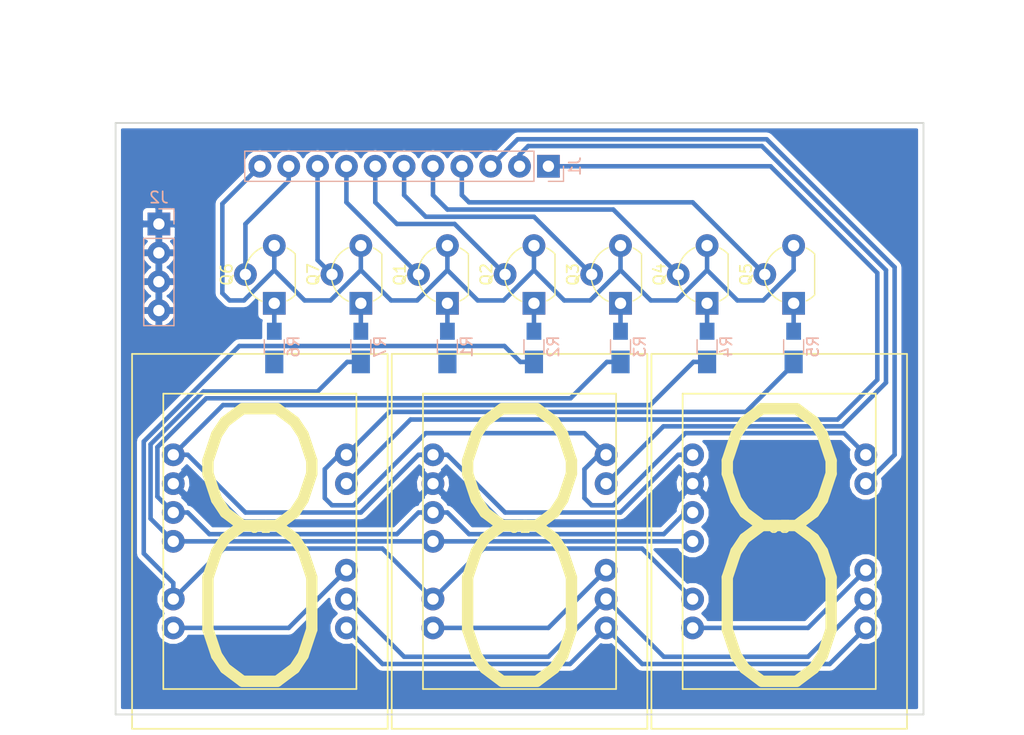
<source format=kicad_pcb>
(kicad_pcb (version 4) (host pcbnew 4.0.7)

  (general
    (links 57)
    (no_connects 5)
    (area 61.694287 56.988223 154.916 120.915001)
    (thickness 1.6)
    (drawings 8)
    (tracks 174)
    (zones 0)
    (modules 19)
    (nets 27)
  )

  (page A4)
  (layers
    (0 F.Cu signal)
    (31 B.Cu signal)
    (32 B.Adhes user)
    (33 F.Adhes user)
    (34 B.Paste user)
    (35 F.Paste user)
    (36 B.SilkS user)
    (37 F.SilkS user)
    (38 B.Mask user)
    (39 F.Mask user)
    (40 Dwgs.User user)
    (41 Cmts.User user)
    (42 Eco1.User user)
    (43 Eco2.User user)
    (44 Edge.Cuts user)
    (45 Margin user)
    (46 B.CrtYd user)
    (47 F.CrtYd user)
    (48 B.Fab user)
    (49 F.Fab user)
  )

  (setup
    (last_trace_width 0.4)
    (trace_clearance 0.2)
    (zone_clearance 0.4)
    (zone_45_only no)
    (trace_min 0.4)
    (segment_width 0.2)
    (edge_width 0.15)
    (via_size 2)
    (via_drill 1)
    (via_min_size 2)
    (via_min_drill 0.3)
    (uvia_size 0.3)
    (uvia_drill 0.1)
    (uvias_allowed no)
    (uvia_min_size 0.2)
    (uvia_min_drill 0.1)
    (pcb_text_width 0.3)
    (pcb_text_size 1.5 1.5)
    (mod_edge_width 0.15)
    (mod_text_size 1 1)
    (mod_text_width 0.15)
    (pad_size 2 1.6)
    (pad_drill 0)
    (pad_to_mask_clearance 0.2)
    (aux_axis_origin 0 0)
    (visible_elements 7FFFFFFF)
    (pcbplotparams
      (layerselection 0x00000_80000000)
      (usegerberextensions false)
      (excludeedgelayer true)
      (linewidth 0.100000)
      (plotframeref false)
      (viasonmask false)
      (mode 1)
      (useauxorigin false)
      (hpglpennumber 1)
      (hpglpenspeed 20)
      (hpglpendiameter 15)
      (hpglpenoverlay 2)
      (psnegative false)
      (psa4output false)
      (plotreference true)
      (plotvalue true)
      (plotinvisibletext false)
      (padsonsilk false)
      (subtractmaskfromsilk false)
      (outputformat 1)
      (mirror false)
      (drillshape 0)
      (scaleselection 1)
      (outputdirectory ./))
  )

  (net 0 "")
  (net 1 "Net-(J1-Pad1)")
  (net 2 "Net-(J1-Pad2)")
  (net 3 "Net-(J1-Pad3)")
  (net 4 "Net-(J1-Pad4)")
  (net 5 "Net-(J1-Pad5)")
  (net 6 "Net-(J1-Pad6)")
  (net 7 "Net-(J1-Pad7)")
  (net 8 "Net-(J1-Pad8)")
  (net 9 "Net-(J1-Pad9)")
  (net 10 "Net-(J1-Pad10)")
  (net 11 "Net-(J1-Pad11)")
  (net 12 GND)
  (net 13 "Net-(Q1-Pad1)")
  (net 14 "Net-(Q2-Pad1)")
  (net 15 "Net-(Q3-Pad1)")
  (net 16 "Net-(Q4-Pad1)")
  (net 17 "Net-(Q5-Pad1)")
  (net 18 "Net-(Q6-Pad1)")
  (net 19 "Net-(Q7-Pad1)")
  (net 20 "Net-(R1-Pad1)")
  (net 21 "Net-(R2-Pad1)")
  (net 22 "Net-(R3-Pad1)")
  (net 23 "Net-(R4-Pad1)")
  (net 24 "Net-(R5-Pad1)")
  (net 25 "Net-(R6-Pad1)")
  (net 26 "Net-(R7-Pad1)")

  (net_class Default "Ceci est la Netclass par défaut"
    (clearance 0.2)
    (trace_width 0.4)
    (via_dia 2)
    (via_drill 1)
    (uvia_dia 0.3)
    (uvia_drill 0.1)
    (add_net GND)
    (add_net "Net-(J1-Pad1)")
    (add_net "Net-(J1-Pad10)")
    (add_net "Net-(J1-Pad11)")
    (add_net "Net-(J1-Pad2)")
    (add_net "Net-(J1-Pad3)")
    (add_net "Net-(J1-Pad4)")
    (add_net "Net-(J1-Pad5)")
    (add_net "Net-(J1-Pad6)")
    (add_net "Net-(J1-Pad7)")
    (add_net "Net-(J1-Pad8)")
    (add_net "Net-(J1-Pad9)")
    (add_net "Net-(Q1-Pad1)")
    (add_net "Net-(Q2-Pad1)")
    (add_net "Net-(Q3-Pad1)")
    (add_net "Net-(Q4-Pad1)")
    (add_net "Net-(Q5-Pad1)")
    (add_net "Net-(Q6-Pad1)")
    (add_net "Net-(Q7-Pad1)")
    (add_net "Net-(R1-Pad1)")
    (add_net "Net-(R2-Pad1)")
    (add_net "Net-(R3-Pad1)")
    (add_net "Net-(R4-Pad1)")
    (add_net "Net-(R5-Pad1)")
    (add_net "Net-(R6-Pad1)")
    (add_net "Net-(R7-Pad1)")
  )

  (module Socket_Strips:Socket_Strip_Straight_1x11_Pitch2.54mm (layer B.Cu) (tedit 5A32F9FF) (tstamp 5A32F786)
    (at 109.22 71.12 90)
    (descr "Through hole straight socket strip, 1x11, 2.54mm pitch, single row")
    (tags "Through hole socket strip THT 1x11 2.54mm single row")
    (path /5A329F71)
    (fp_text reference J1 (at 0 2.33 90) (layer B.SilkS)
      (effects (font (size 1 1) (thickness 0.15)) (justify mirror))
    )
    (fp_text value Conn_01x11_Female (at 0 -27.73 90) (layer B.Fab)
      (effects (font (size 1 1) (thickness 0.15)) (justify mirror))
    )
    (fp_line (start -1.27 1.27) (end -1.27 -26.67) (layer B.Fab) (width 0.1))
    (fp_line (start -1.27 -26.67) (end 1.27 -26.67) (layer B.Fab) (width 0.1))
    (fp_line (start 1.27 -26.67) (end 1.27 1.27) (layer B.Fab) (width 0.1))
    (fp_line (start 1.27 1.27) (end -1.27 1.27) (layer B.Fab) (width 0.1))
    (fp_line (start -1.33 -1.27) (end -1.33 -26.73) (layer B.SilkS) (width 0.12))
    (fp_line (start -1.33 -26.73) (end 1.33 -26.73) (layer B.SilkS) (width 0.12))
    (fp_line (start 1.33 -26.73) (end 1.33 -1.27) (layer B.SilkS) (width 0.12))
    (fp_line (start 1.33 -1.27) (end -1.33 -1.27) (layer B.SilkS) (width 0.12))
    (fp_line (start -1.33 0) (end -1.33 1.33) (layer B.SilkS) (width 0.12))
    (fp_line (start -1.33 1.33) (end 0 1.33) (layer B.SilkS) (width 0.12))
    (fp_line (start -1.8 1.8) (end -1.8 -27.2) (layer B.CrtYd) (width 0.05))
    (fp_line (start -1.8 -27.2) (end 1.8 -27.2) (layer B.CrtYd) (width 0.05))
    (fp_line (start 1.8 -27.2) (end 1.8 1.8) (layer B.CrtYd) (width 0.05))
    (fp_line (start 1.8 1.8) (end -1.8 1.8) (layer B.CrtYd) (width 0.05))
    (fp_text user %R (at 0 2.33 90) (layer B.Fab)
      (effects (font (size 1 1) (thickness 0.15)) (justify mirror))
    )
    (pad 1 thru_hole rect (at 0 0 90) (size 2 2) (drill 1) (layers *.Cu *.Mask)
      (net 1 "Net-(J1-Pad1)"))
    (pad 2 thru_hole oval (at 0 -2.54 90) (size 2 2) (drill 1) (layers *.Cu *.Mask)
      (net 2 "Net-(J1-Pad2)"))
    (pad 3 thru_hole oval (at 0 -5.08 90) (size 2 2) (drill 1) (layers *.Cu *.Mask)
      (net 3 "Net-(J1-Pad3)"))
    (pad 4 thru_hole oval (at 0 -7.62 90) (size 2 2) (drill 1) (layers *.Cu *.Mask)
      (net 4 "Net-(J1-Pad4)"))
    (pad 5 thru_hole oval (at 0 -10.16 90) (size 2 2) (drill 1) (layers *.Cu *.Mask)
      (net 5 "Net-(J1-Pad5)"))
    (pad 6 thru_hole oval (at 0 -12.7 90) (size 2 2) (drill 1) (layers *.Cu *.Mask)
      (net 6 "Net-(J1-Pad6)"))
    (pad 7 thru_hole oval (at 0 -15.24 90) (size 2 2) (drill 1) (layers *.Cu *.Mask)
      (net 7 "Net-(J1-Pad7)"))
    (pad 8 thru_hole oval (at 0 -17.78 90) (size 2 2) (drill 1) (layers *.Cu *.Mask)
      (net 8 "Net-(J1-Pad8)"))
    (pad 9 thru_hole oval (at 0 -20.32 90) (size 2 2) (drill 1) (layers *.Cu *.Mask)
      (net 9 "Net-(J1-Pad9)"))
    (pad 10 thru_hole oval (at 0 -22.86 90) (size 2 2) (drill 1) (layers *.Cu *.Mask)
      (net 10 "Net-(J1-Pad10)"))
    (pad 11 thru_hole oval (at 0 -25.4 90) (size 2 2) (drill 1) (layers *.Cu *.Mask)
      (net 11 "Net-(J1-Pad11)"))
    (model ${KISYS3DMOD}/Socket_Strips.3dshapes/Socket_Strip_Straight_1x11_Pitch2.54mm.wrl
      (at (xyz 0 -0.5 0))
      (scale (xyz 1 1 1))
      (rotate (xyz 0 0 270))
    )
  )

  (module Resistors_SMD:R_0805_HandSoldering (layer B.Cu) (tedit 5A330185) (tstamp 5A330101)
    (at 85.09 86.995 90)
    (descr "Resistor SMD 0805, hand soldering")
    (tags "resistor 0805")
    (path /5A3308D4)
    (attr smd)
    (fp_text reference R6 (at 0 1.7 90) (layer B.SilkS)
      (effects (font (size 1 1) (thickness 0.15)) (justify mirror))
    )
    (fp_text value 50 (at 0 -1.75 90) (layer B.Fab)
      (effects (font (size 1 1) (thickness 0.15)) (justify mirror))
    )
    (fp_text user %R (at 0 0 90) (layer B.Fab)
      (effects (font (size 0.5 0.5) (thickness 0.075)) (justify mirror))
    )
    (fp_line (start -1 -0.62) (end -1 0.62) (layer B.Fab) (width 0.1))
    (fp_line (start 1 -0.62) (end -1 -0.62) (layer B.Fab) (width 0.1))
    (fp_line (start 1 0.62) (end 1 -0.62) (layer B.Fab) (width 0.1))
    (fp_line (start -1 0.62) (end 1 0.62) (layer B.Fab) (width 0.1))
    (fp_line (start 0.6 -0.88) (end -0.6 -0.88) (layer B.SilkS) (width 0.12))
    (fp_line (start -0.6 0.88) (end 0.6 0.88) (layer B.SilkS) (width 0.12))
    (fp_line (start -2.35 0.9) (end 2.35 0.9) (layer B.CrtYd) (width 0.05))
    (fp_line (start -2.35 0.9) (end -2.35 -0.9) (layer B.CrtYd) (width 0.05))
    (fp_line (start 2.35 -0.9) (end 2.35 0.9) (layer B.CrtYd) (width 0.05))
    (fp_line (start 2.35 -0.9) (end -2.35 -0.9) (layer B.CrtYd) (width 0.05))
    (pad 1 smd rect (at -1.35 0 90) (size 2 1.6) (layers B.Cu B.Paste B.Mask)
      (net 25 "Net-(R6-Pad1)"))
    (pad 2 smd rect (at 1.35 0 90) (size 1.5 1.3) (layers B.Cu B.Paste B.Mask)
      (net 18 "Net-(Q6-Pad1)"))
    (model ${KISYS3DMOD}/Resistors_SMD.3dshapes/R_0805.wrl
      (at (xyz 0 0 0))
      (scale (xyz 1 1 1))
      (rotate (xyz 0 0 0))
    )
  )

  (module Made_component:7-segment_CC (layer F.Cu) (tedit 5A32F8BD) (tstamp 5A32F7EF)
    (at 106.68 104.14 180)
    (path /5A32B3B1)
    (fp_text reference U2 (at 0 1.27 180) (layer F.SilkS)
      (effects (font (size 1 1) (thickness 0.15)))
    )
    (fp_text value 7-segment-CC (at 0 -1.27 180) (layer F.Fab)
      (effects (font (size 1 1) (thickness 0.15)))
    )
    (fp_text user 8 (at 0 -1.27 180) (layer F.SilkS)
      (effects (font (size 24 16) (thickness 1)))
    )
    (fp_line (start -8.5 13) (end 8.5 13) (layer F.SilkS) (width 0.15))
    (fp_line (start 8.5 13) (end 8.5 -13) (layer F.SilkS) (width 0.15))
    (fp_line (start 8.5 -13) (end -8.5 -13) (layer F.SilkS) (width 0.15))
    (fp_line (start -8.5 -13) (end -8.5 13) (layer F.SilkS) (width 0.15))
    (fp_line (start -11.25 -16.5) (end 11.25 -16.5) (layer F.SilkS) (width 0.15))
    (fp_line (start 11.25 -16.5) (end 11.25 16.5) (layer F.SilkS) (width 0.15))
    (fp_line (start 11.25 16.5) (end -11.25 16.5) (layer F.SilkS) (width 0.15))
    (fp_line (start -11.25 16.5) (end -11.25 -16.5) (layer F.SilkS) (width 0.15))
    (pad 3 thru_hole circle (at -7.62 -2.54 180) (size 2 2) (drill 1) (layers *.Cu *.Mask)
      (net 2 "Net-(J1-Pad2)"))
    (pad 2 thru_hole circle (at -7.62 -5.08 180) (size 2 2) (drill 1) (layers *.Cu *.Mask)
      (net 25 "Net-(R6-Pad1)"))
    (pad 1 thru_hole circle (at -7.62 -7.62 180) (size 2 2) (drill 1) (layers *.Cu *.Mask)
      (net 20 "Net-(R1-Pad1)"))
    (pad 6 thru_hole circle (at -7.62 5.08 180) (size 2 2) (drill 1) (layers *.Cu *.Mask)
      (net 2 "Net-(J1-Pad2)"))
    (pad 7 thru_hole circle (at -7.62 7.62 180) (size 2 2) (drill 1) (layers *.Cu *.Mask)
      (net 24 "Net-(R5-Pad1)"))
    (pad 8 thru_hole circle (at 7.62 7.62 180) (size 2 2) (drill 1) (layers *.Cu *.Mask)
      (net 23 "Net-(R4-Pad1)"))
    (pad 9 thru_hole circle (at 7.62 5.08 180) (size 2 2) (drill 1) (layers *.Cu *.Mask)
      (net 12 GND))
    (pad 10 thru_hole circle (at 7.62 2.54 180) (size 2 2) (drill 1) (layers *.Cu *.Mask)
      (net 22 "Net-(R3-Pad1)"))
    (pad 11 thru_hole circle (at 7.62 0 180) (size 2 2) (drill 1) (layers *.Cu *.Mask)
      (net 26 "Net-(R7-Pad1)"))
    (pad 13 thru_hole circle (at 7.62 -5.08 180) (size 2 2) (drill 1) (layers *.Cu *.Mask)
      (net 21 "Net-(R2-Pad1)"))
    (pad 14 thru_hole circle (at 7.62 -7.62 180) (size 2 2) (drill 1) (layers *.Cu *.Mask)
      (net 2 "Net-(J1-Pad2)"))
  )

  (module Socket_Strips:Socket_Strip_Straight_1x04_Pitch2.54mm (layer B.Cu) (tedit 5A32FA11) (tstamp 5A32F78E)
    (at 74.93 76.2 180)
    (descr "Through hole straight socket strip, 1x04, 2.54mm pitch, single row")
    (tags "Through hole socket strip THT 1x04 2.54mm single row")
    (path /5A329F65)
    (fp_text reference J2 (at 0 2.33 180) (layer B.SilkS)
      (effects (font (size 1 1) (thickness 0.15)) (justify mirror))
    )
    (fp_text value Conn_01x04_Female (at 0 -9.95 180) (layer B.Fab)
      (effects (font (size 1 1) (thickness 0.15)) (justify mirror))
    )
    (fp_line (start -1.27 1.27) (end -1.27 -8.89) (layer B.Fab) (width 0.1))
    (fp_line (start -1.27 -8.89) (end 1.27 -8.89) (layer B.Fab) (width 0.1))
    (fp_line (start 1.27 -8.89) (end 1.27 1.27) (layer B.Fab) (width 0.1))
    (fp_line (start 1.27 1.27) (end -1.27 1.27) (layer B.Fab) (width 0.1))
    (fp_line (start -1.33 -1.27) (end -1.33 -8.95) (layer B.SilkS) (width 0.12))
    (fp_line (start -1.33 -8.95) (end 1.33 -8.95) (layer B.SilkS) (width 0.12))
    (fp_line (start 1.33 -8.95) (end 1.33 -1.27) (layer B.SilkS) (width 0.12))
    (fp_line (start 1.33 -1.27) (end -1.33 -1.27) (layer B.SilkS) (width 0.12))
    (fp_line (start -1.33 0) (end -1.33 1.33) (layer B.SilkS) (width 0.12))
    (fp_line (start -1.33 1.33) (end 0 1.33) (layer B.SilkS) (width 0.12))
    (fp_line (start -1.8 1.8) (end -1.8 -9.4) (layer B.CrtYd) (width 0.05))
    (fp_line (start -1.8 -9.4) (end 1.8 -9.4) (layer B.CrtYd) (width 0.05))
    (fp_line (start 1.8 -9.4) (end 1.8 1.8) (layer B.CrtYd) (width 0.05))
    (fp_line (start 1.8 1.8) (end -1.8 1.8) (layer B.CrtYd) (width 0.05))
    (fp_text user %R (at 0 2.33 180) (layer B.Fab)
      (effects (font (size 1 1) (thickness 0.15)) (justify mirror))
    )
    (pad 1 thru_hole rect (at 0 0 180) (size 2 2) (drill 1) (layers *.Cu *.Mask)
      (net 12 GND))
    (pad 2 thru_hole oval (at 0 -2.54 180) (size 2 2) (drill 1) (layers *.Cu *.Mask)
      (net 12 GND))
    (pad 3 thru_hole oval (at 0 -5.08 180) (size 2 2) (drill 1) (layers *.Cu *.Mask)
      (net 12 GND))
    (pad 4 thru_hole oval (at 0 -7.62 180) (size 2 2) (drill 1) (layers *.Cu *.Mask)
      (net 12 GND))
    (model ${KISYS3DMOD}/Socket_Strips.3dshapes/Socket_Strip_Straight_1x04_Pitch2.54mm.wrl
      (at (xyz 0 -0.15 0))
      (scale (xyz 1 1 1))
      (rotate (xyz 0 0 270))
    )
  )

  (module TO_SOT_Packages_THT:TO-92_Molded_Wide (layer F.Cu) (tedit 58CE52AF) (tstamp 5A32F795)
    (at 100.33 83.185 90)
    (descr "TO-92 leads molded, wide, drill 0.8mm (see NXP sot054_po.pdf)")
    (tags "to-92 sc-43 sc-43a sot54 PA33 transistor")
    (path /5A329F70)
    (fp_text reference Q1 (at 2.54 -4.19 270) (layer F.SilkS)
      (effects (font (size 1 1) (thickness 0.15)))
    )
    (fp_text value 2N7000 (at 2.54 2.79 90) (layer F.Fab)
      (effects (font (size 1 1) (thickness 0.15)))
    )
    (fp_text user %R (at 2.54 -4.19 270) (layer F.Fab)
      (effects (font (size 1 1) (thickness 0.15)))
    )
    (fp_line (start 0.74 1.85) (end 4.34 1.85) (layer F.SilkS) (width 0.12))
    (fp_line (start 0.8 1.75) (end 4.3 1.75) (layer F.Fab) (width 0.1))
    (fp_line (start -1.01 -3.55) (end 6.09 -3.55) (layer F.CrtYd) (width 0.05))
    (fp_line (start -1.01 -3.55) (end -1.01 2.01) (layer F.CrtYd) (width 0.05))
    (fp_line (start 6.09 2.01) (end 6.09 -3.55) (layer F.CrtYd) (width 0.05))
    (fp_line (start 6.09 2.01) (end -1.01 2.01) (layer F.CrtYd) (width 0.05))
    (fp_arc (start 2.54 0) (end 0.74 1.85) (angle 20) (layer F.SilkS) (width 0.12))
    (fp_arc (start 2.54 0) (end 2.54 -2.6) (angle -65) (layer F.SilkS) (width 0.12))
    (fp_arc (start 2.54 0) (end 2.54 -2.6) (angle 65) (layer F.SilkS) (width 0.12))
    (fp_arc (start 2.54 0) (end 2.54 -2.48) (angle 135) (layer F.Fab) (width 0.1))
    (fp_arc (start 2.54 0) (end 2.54 -2.48) (angle -135) (layer F.Fab) (width 0.1))
    (fp_arc (start 2.54 0) (end 4.34 1.85) (angle -20) (layer F.SilkS) (width 0.12))
    (pad 2 thru_hole circle (at 2.54 -2.54 180) (size 2 2) (drill 1) (layers *.Cu *.Mask)
      (net 8 "Net-(J1-Pad8)"))
    (pad 3 thru_hole circle (at 5.08 0 180) (size 2 2) (drill 1) (layers *.Cu *.Mask)
      (net 11 "Net-(J1-Pad11)"))
    (pad 1 thru_hole rect (at 0 0 180) (size 2 2) (drill 1) (layers *.Cu *.Mask)
      (net 13 "Net-(Q1-Pad1)"))
    (model ${KISYS3DMOD}/TO_SOT_Packages_THT.3dshapes/TO-92_Molded_Wide.wrl
      (at (xyz 0.1 0 0))
      (scale (xyz 1 1 1))
      (rotate (xyz 0 0 -90))
    )
  )

  (module TO_SOT_Packages_THT:TO-92_Molded_Wide (layer F.Cu) (tedit 58CE52AF) (tstamp 5A32F79C)
    (at 107.95 83.185 90)
    (descr "TO-92 leads molded, wide, drill 0.8mm (see NXP sot054_po.pdf)")
    (tags "to-92 sc-43 sc-43a sot54 PA33 transistor")
    (path /5A329F6A)
    (fp_text reference Q2 (at 2.54 -4.19 270) (layer F.SilkS)
      (effects (font (size 1 1) (thickness 0.15)))
    )
    (fp_text value 2N7000 (at 2.54 2.79 90) (layer F.Fab)
      (effects (font (size 1 1) (thickness 0.15)))
    )
    (fp_text user %R (at 2.54 -4.19 270) (layer F.Fab)
      (effects (font (size 1 1) (thickness 0.15)))
    )
    (fp_line (start 0.74 1.85) (end 4.34 1.85) (layer F.SilkS) (width 0.12))
    (fp_line (start 0.8 1.75) (end 4.3 1.75) (layer F.Fab) (width 0.1))
    (fp_line (start -1.01 -3.55) (end 6.09 -3.55) (layer F.CrtYd) (width 0.05))
    (fp_line (start -1.01 -3.55) (end -1.01 2.01) (layer F.CrtYd) (width 0.05))
    (fp_line (start 6.09 2.01) (end 6.09 -3.55) (layer F.CrtYd) (width 0.05))
    (fp_line (start 6.09 2.01) (end -1.01 2.01) (layer F.CrtYd) (width 0.05))
    (fp_arc (start 2.54 0) (end 0.74 1.85) (angle 20) (layer F.SilkS) (width 0.12))
    (fp_arc (start 2.54 0) (end 2.54 -2.6) (angle -65) (layer F.SilkS) (width 0.12))
    (fp_arc (start 2.54 0) (end 2.54 -2.6) (angle 65) (layer F.SilkS) (width 0.12))
    (fp_arc (start 2.54 0) (end 2.54 -2.48) (angle 135) (layer F.Fab) (width 0.1))
    (fp_arc (start 2.54 0) (end 2.54 -2.48) (angle -135) (layer F.Fab) (width 0.1))
    (fp_arc (start 2.54 0) (end 4.34 1.85) (angle -20) (layer F.SilkS) (width 0.12))
    (pad 2 thru_hole circle (at 2.54 -2.54 180) (size 2 2) (drill 1) (layers *.Cu *.Mask)
      (net 7 "Net-(J1-Pad7)"))
    (pad 3 thru_hole circle (at 5.08 0 180) (size 2 2) (drill 1) (layers *.Cu *.Mask)
      (net 11 "Net-(J1-Pad11)"))
    (pad 1 thru_hole rect (at 0 0 180) (size 2 2) (drill 1) (layers *.Cu *.Mask)
      (net 14 "Net-(Q2-Pad1)"))
    (model ${KISYS3DMOD}/TO_SOT_Packages_THT.3dshapes/TO-92_Molded_Wide.wrl
      (at (xyz 0.1 0 0))
      (scale (xyz 1 1 1))
      (rotate (xyz 0 0 -90))
    )
  )

  (module TO_SOT_Packages_THT:TO-92_Molded_Wide (layer F.Cu) (tedit 5A32F9E6) (tstamp 5A32F7A3)
    (at 115.57 83.185 90)
    (descr "TO-92 leads molded, wide, drill 0.8mm (see NXP sot054_po.pdf)")
    (tags "to-92 sc-43 sc-43a sot54 PA33 transistor")
    (path /5A329F6B)
    (fp_text reference Q3 (at 2.54 -4.19 270) (layer F.SilkS)
      (effects (font (size 1 1) (thickness 0.15)))
    )
    (fp_text value 2N7000 (at 2.54 2.79 90) (layer F.Fab)
      (effects (font (size 1 1) (thickness 0.15)))
    )
    (fp_text user %R (at 2.54 -4.19 270) (layer F.Fab)
      (effects (font (size 1 1) (thickness 0.15)))
    )
    (fp_line (start 0.74 1.85) (end 4.34 1.85) (layer F.SilkS) (width 0.12))
    (fp_line (start 0.8 1.75) (end 4.3 1.75) (layer F.Fab) (width 0.1))
    (fp_line (start -1.01 -3.55) (end 6.09 -3.55) (layer F.CrtYd) (width 0.05))
    (fp_line (start -1.01 -3.55) (end -1.01 2.01) (layer F.CrtYd) (width 0.05))
    (fp_line (start 6.09 2.01) (end 6.09 -3.55) (layer F.CrtYd) (width 0.05))
    (fp_line (start 6.09 2.01) (end -1.01 2.01) (layer F.CrtYd) (width 0.05))
    (fp_arc (start 2.54 0) (end 0.74 1.85) (angle 20) (layer F.SilkS) (width 0.12))
    (fp_arc (start 2.54 0) (end 2.54 -2.6) (angle -65) (layer F.SilkS) (width 0.12))
    (fp_arc (start 2.54 0) (end 2.54 -2.6) (angle 65) (layer F.SilkS) (width 0.12))
    (fp_arc (start 2.54 0) (end 2.54 -2.48) (angle 135) (layer F.Fab) (width 0.1))
    (fp_arc (start 2.54 0) (end 2.54 -2.48) (angle -135) (layer F.Fab) (width 0.1))
    (fp_arc (start 2.54 0) (end 4.34 1.85) (angle -20) (layer F.SilkS) (width 0.12))
    (pad 2 thru_hole circle (at 2.54 -2.54 180) (size 2 2) (drill 1) (layers *.Cu *.Mask)
      (net 6 "Net-(J1-Pad6)"))
    (pad 3 thru_hole circle (at 5.08 0 180) (size 2 2) (drill 1) (layers *.Cu *.Mask)
      (net 11 "Net-(J1-Pad11)"))
    (pad 1 thru_hole rect (at 0 0 180) (size 2 2) (drill 1) (layers *.Cu *.Mask)
      (net 15 "Net-(Q3-Pad1)"))
    (model ${KISYS3DMOD}/TO_SOT_Packages_THT.3dshapes/TO-92_Molded_Wide.wrl
      (at (xyz 0.1 0 0))
      (scale (xyz 1 1 1))
      (rotate (xyz 0 0 -90))
    )
  )

  (module TO_SOT_Packages_THT:TO-92_Molded_Wide (layer F.Cu) (tedit 58CE52AF) (tstamp 5A32F7AA)
    (at 123.19 83.185 90)
    (descr "TO-92 leads molded, wide, drill 0.8mm (see NXP sot054_po.pdf)")
    (tags "to-92 sc-43 sc-43a sot54 PA33 transistor")
    (path /5A329F6C)
    (fp_text reference Q4 (at 2.54 -4.19 270) (layer F.SilkS)
      (effects (font (size 1 1) (thickness 0.15)))
    )
    (fp_text value 2N7000 (at 2.54 2.79 90) (layer F.Fab)
      (effects (font (size 1 1) (thickness 0.15)))
    )
    (fp_text user %R (at 2.54 -4.19 270) (layer F.Fab)
      (effects (font (size 1 1) (thickness 0.15)))
    )
    (fp_line (start 0.74 1.85) (end 4.34 1.85) (layer F.SilkS) (width 0.12))
    (fp_line (start 0.8 1.75) (end 4.3 1.75) (layer F.Fab) (width 0.1))
    (fp_line (start -1.01 -3.55) (end 6.09 -3.55) (layer F.CrtYd) (width 0.05))
    (fp_line (start -1.01 -3.55) (end -1.01 2.01) (layer F.CrtYd) (width 0.05))
    (fp_line (start 6.09 2.01) (end 6.09 -3.55) (layer F.CrtYd) (width 0.05))
    (fp_line (start 6.09 2.01) (end -1.01 2.01) (layer F.CrtYd) (width 0.05))
    (fp_arc (start 2.54 0) (end 0.74 1.85) (angle 20) (layer F.SilkS) (width 0.12))
    (fp_arc (start 2.54 0) (end 2.54 -2.6) (angle -65) (layer F.SilkS) (width 0.12))
    (fp_arc (start 2.54 0) (end 2.54 -2.6) (angle 65) (layer F.SilkS) (width 0.12))
    (fp_arc (start 2.54 0) (end 2.54 -2.48) (angle 135) (layer F.Fab) (width 0.1))
    (fp_arc (start 2.54 0) (end 2.54 -2.48) (angle -135) (layer F.Fab) (width 0.1))
    (fp_arc (start 2.54 0) (end 4.34 1.85) (angle -20) (layer F.SilkS) (width 0.12))
    (pad 2 thru_hole circle (at 2.54 -2.54 180) (size 2 2) (drill 1) (layers *.Cu *.Mask)
      (net 5 "Net-(J1-Pad5)"))
    (pad 3 thru_hole circle (at 5.08 0 180) (size 2 2) (drill 1) (layers *.Cu *.Mask)
      (net 11 "Net-(J1-Pad11)"))
    (pad 1 thru_hole rect (at 0 0 180) (size 2 2) (drill 1) (layers *.Cu *.Mask)
      (net 16 "Net-(Q4-Pad1)"))
    (model ${KISYS3DMOD}/TO_SOT_Packages_THT.3dshapes/TO-92_Molded_Wide.wrl
      (at (xyz 0.1 0 0))
      (scale (xyz 1 1 1))
      (rotate (xyz 0 0 -90))
    )
  )

  (module TO_SOT_Packages_THT:TO-92_Molded_Wide (layer F.Cu) (tedit 58CE52AF) (tstamp 5A32F7B1)
    (at 130.81 83.185 90)
    (descr "TO-92 leads molded, wide, drill 0.8mm (see NXP sot054_po.pdf)")
    (tags "to-92 sc-43 sc-43a sot54 PA33 transistor")
    (path /5A329F6D)
    (fp_text reference Q5 (at 2.54 -4.19 270) (layer F.SilkS)
      (effects (font (size 1 1) (thickness 0.15)))
    )
    (fp_text value 2N7000 (at 2.54 2.79 90) (layer F.Fab)
      (effects (font (size 1 1) (thickness 0.15)))
    )
    (fp_text user %R (at 2.54 -4.19 270) (layer F.Fab)
      (effects (font (size 1 1) (thickness 0.15)))
    )
    (fp_line (start 0.74 1.85) (end 4.34 1.85) (layer F.SilkS) (width 0.12))
    (fp_line (start 0.8 1.75) (end 4.3 1.75) (layer F.Fab) (width 0.1))
    (fp_line (start -1.01 -3.55) (end 6.09 -3.55) (layer F.CrtYd) (width 0.05))
    (fp_line (start -1.01 -3.55) (end -1.01 2.01) (layer F.CrtYd) (width 0.05))
    (fp_line (start 6.09 2.01) (end 6.09 -3.55) (layer F.CrtYd) (width 0.05))
    (fp_line (start 6.09 2.01) (end -1.01 2.01) (layer F.CrtYd) (width 0.05))
    (fp_arc (start 2.54 0) (end 0.74 1.85) (angle 20) (layer F.SilkS) (width 0.12))
    (fp_arc (start 2.54 0) (end 2.54 -2.6) (angle -65) (layer F.SilkS) (width 0.12))
    (fp_arc (start 2.54 0) (end 2.54 -2.6) (angle 65) (layer F.SilkS) (width 0.12))
    (fp_arc (start 2.54 0) (end 2.54 -2.48) (angle 135) (layer F.Fab) (width 0.1))
    (fp_arc (start 2.54 0) (end 2.54 -2.48) (angle -135) (layer F.Fab) (width 0.1))
    (fp_arc (start 2.54 0) (end 4.34 1.85) (angle -20) (layer F.SilkS) (width 0.12))
    (pad 2 thru_hole circle (at 2.54 -2.54 180) (size 2 2) (drill 1) (layers *.Cu *.Mask)
      (net 4 "Net-(J1-Pad4)"))
    (pad 3 thru_hole circle (at 5.08 0 180) (size 2 2) (drill 1) (layers *.Cu *.Mask)
      (net 11 "Net-(J1-Pad11)"))
    (pad 1 thru_hole rect (at 0 0 180) (size 2 2) (drill 1) (layers *.Cu *.Mask)
      (net 17 "Net-(Q5-Pad1)"))
    (model ${KISYS3DMOD}/TO_SOT_Packages_THT.3dshapes/TO-92_Molded_Wide.wrl
      (at (xyz 0.1 0 0))
      (scale (xyz 1 1 1))
      (rotate (xyz 0 0 -90))
    )
  )

  (module TO_SOT_Packages_THT:TO-92_Molded_Wide (layer F.Cu) (tedit 58CE52AF) (tstamp 5A32F7B8)
    (at 85.09 83.185 90)
    (descr "TO-92 leads molded, wide, drill 0.8mm (see NXP sot054_po.pdf)")
    (tags "to-92 sc-43 sc-43a sot54 PA33 transistor")
    (path /5A329F6E)
    (fp_text reference Q6 (at 2.54 -4.19 270) (layer F.SilkS)
      (effects (font (size 1 1) (thickness 0.15)))
    )
    (fp_text value 2N7000 (at 2.54 2.79 90) (layer F.Fab)
      (effects (font (size 1 1) (thickness 0.15)))
    )
    (fp_text user %R (at 2.54 -4.19 270) (layer F.Fab)
      (effects (font (size 1 1) (thickness 0.15)))
    )
    (fp_line (start 0.74 1.85) (end 4.34 1.85) (layer F.SilkS) (width 0.12))
    (fp_line (start 0.8 1.75) (end 4.3 1.75) (layer F.Fab) (width 0.1))
    (fp_line (start -1.01 -3.55) (end 6.09 -3.55) (layer F.CrtYd) (width 0.05))
    (fp_line (start -1.01 -3.55) (end -1.01 2.01) (layer F.CrtYd) (width 0.05))
    (fp_line (start 6.09 2.01) (end 6.09 -3.55) (layer F.CrtYd) (width 0.05))
    (fp_line (start 6.09 2.01) (end -1.01 2.01) (layer F.CrtYd) (width 0.05))
    (fp_arc (start 2.54 0) (end 0.74 1.85) (angle 20) (layer F.SilkS) (width 0.12))
    (fp_arc (start 2.54 0) (end 2.54 -2.6) (angle -65) (layer F.SilkS) (width 0.12))
    (fp_arc (start 2.54 0) (end 2.54 -2.6) (angle 65) (layer F.SilkS) (width 0.12))
    (fp_arc (start 2.54 0) (end 2.54 -2.48) (angle 135) (layer F.Fab) (width 0.1))
    (fp_arc (start 2.54 0) (end 2.54 -2.48) (angle -135) (layer F.Fab) (width 0.1))
    (fp_arc (start 2.54 0) (end 4.34 1.85) (angle -20) (layer F.SilkS) (width 0.12))
    (pad 2 thru_hole circle (at 2.54 -2.54 180) (size 2 2) (drill 1) (layers *.Cu *.Mask)
      (net 10 "Net-(J1-Pad10)"))
    (pad 3 thru_hole circle (at 5.08 0 180) (size 2 2) (drill 1) (layers *.Cu *.Mask)
      (net 11 "Net-(J1-Pad11)"))
    (pad 1 thru_hole rect (at 0 0 180) (size 2 2) (drill 1) (layers *.Cu *.Mask)
      (net 18 "Net-(Q6-Pad1)"))
    (model ${KISYS3DMOD}/TO_SOT_Packages_THT.3dshapes/TO-92_Molded_Wide.wrl
      (at (xyz 0.1 0 0))
      (scale (xyz 1 1 1))
      (rotate (xyz 0 0 -90))
    )
  )

  (module TO_SOT_Packages_THT:TO-92_Molded_Wide (layer F.Cu) (tedit 58CE52AF) (tstamp 5A32F7BF)
    (at 92.71 83.185 90)
    (descr "TO-92 leads molded, wide, drill 0.8mm (see NXP sot054_po.pdf)")
    (tags "to-92 sc-43 sc-43a sot54 PA33 transistor")
    (path /5A329F6F)
    (fp_text reference Q7 (at 2.54 -4.19 270) (layer F.SilkS)
      (effects (font (size 1 1) (thickness 0.15)))
    )
    (fp_text value 2N7000 (at 2.54 2.79 90) (layer F.Fab)
      (effects (font (size 1 1) (thickness 0.15)))
    )
    (fp_text user %R (at 2.54 -4.19 270) (layer F.Fab)
      (effects (font (size 1 1) (thickness 0.15)))
    )
    (fp_line (start 0.74 1.85) (end 4.34 1.85) (layer F.SilkS) (width 0.12))
    (fp_line (start 0.8 1.75) (end 4.3 1.75) (layer F.Fab) (width 0.1))
    (fp_line (start -1.01 -3.55) (end 6.09 -3.55) (layer F.CrtYd) (width 0.05))
    (fp_line (start -1.01 -3.55) (end -1.01 2.01) (layer F.CrtYd) (width 0.05))
    (fp_line (start 6.09 2.01) (end 6.09 -3.55) (layer F.CrtYd) (width 0.05))
    (fp_line (start 6.09 2.01) (end -1.01 2.01) (layer F.CrtYd) (width 0.05))
    (fp_arc (start 2.54 0) (end 0.74 1.85) (angle 20) (layer F.SilkS) (width 0.12))
    (fp_arc (start 2.54 0) (end 2.54 -2.6) (angle -65) (layer F.SilkS) (width 0.12))
    (fp_arc (start 2.54 0) (end 2.54 -2.6) (angle 65) (layer F.SilkS) (width 0.12))
    (fp_arc (start 2.54 0) (end 2.54 -2.48) (angle 135) (layer F.Fab) (width 0.1))
    (fp_arc (start 2.54 0) (end 2.54 -2.48) (angle -135) (layer F.Fab) (width 0.1))
    (fp_arc (start 2.54 0) (end 4.34 1.85) (angle -20) (layer F.SilkS) (width 0.12))
    (pad 2 thru_hole circle (at 2.54 -2.54 180) (size 2 2) (drill 1) (layers *.Cu *.Mask)
      (net 9 "Net-(J1-Pad9)"))
    (pad 3 thru_hole circle (at 5.08 0 180) (size 2 2) (drill 1) (layers *.Cu *.Mask)
      (net 11 "Net-(J1-Pad11)"))
    (pad 1 thru_hole rect (at 0 0 180) (size 2 2) (drill 1) (layers *.Cu *.Mask)
      (net 19 "Net-(Q7-Pad1)"))
    (model ${KISYS3DMOD}/TO_SOT_Packages_THT.3dshapes/TO-92_Molded_Wide.wrl
      (at (xyz 0.1 0 0))
      (scale (xyz 1 1 1))
      (rotate (xyz 0 0 -90))
    )
  )

  (module Made_component:7-segment_CC (layer F.Cu) (tedit 5A32F8BA) (tstamp 5A32F7D7)
    (at 83.82 104.14 180)
    (path /5A32B27A)
    (fp_text reference U1 (at 0 1.27 180) (layer F.SilkS)
      (effects (font (size 1 1) (thickness 0.15)))
    )
    (fp_text value 7-segment-CC (at 0 -1.27 180) (layer F.Fab)
      (effects (font (size 1 1) (thickness 0.15)))
    )
    (fp_text user 8 (at 0 -1.27 180) (layer F.SilkS)
      (effects (font (size 24 16) (thickness 1)))
    )
    (fp_line (start -8.5 13) (end 8.5 13) (layer F.SilkS) (width 0.15))
    (fp_line (start 8.5 13) (end 8.5 -13) (layer F.SilkS) (width 0.15))
    (fp_line (start 8.5 -13) (end -8.5 -13) (layer F.SilkS) (width 0.15))
    (fp_line (start -8.5 -13) (end -8.5 13) (layer F.SilkS) (width 0.15))
    (fp_line (start -11.25 -16.5) (end 11.25 -16.5) (layer F.SilkS) (width 0.15))
    (fp_line (start 11.25 -16.5) (end 11.25 16.5) (layer F.SilkS) (width 0.15))
    (fp_line (start 11.25 16.5) (end -11.25 16.5) (layer F.SilkS) (width 0.15))
    (fp_line (start -11.25 16.5) (end -11.25 -16.5) (layer F.SilkS) (width 0.15))
    (pad 3 thru_hole circle (at -7.62 -2.54 180) (size 2 2) (drill 1) (layers *.Cu *.Mask)
      (net 1 "Net-(J1-Pad1)"))
    (pad 2 thru_hole circle (at -7.62 -5.08 180) (size 2 2) (drill 1) (layers *.Cu *.Mask)
      (net 25 "Net-(R6-Pad1)"))
    (pad 1 thru_hole circle (at -7.62 -7.62 180) (size 2 2) (drill 1) (layers *.Cu *.Mask)
      (net 20 "Net-(R1-Pad1)"))
    (pad 6 thru_hole circle (at -7.62 5.08 180) (size 2 2) (drill 1) (layers *.Cu *.Mask)
      (net 1 "Net-(J1-Pad1)"))
    (pad 7 thru_hole circle (at -7.62 7.62 180) (size 2 2) (drill 1) (layers *.Cu *.Mask)
      (net 24 "Net-(R5-Pad1)"))
    (pad 8 thru_hole circle (at 7.62 7.62 180) (size 2 2) (drill 1) (layers *.Cu *.Mask)
      (net 23 "Net-(R4-Pad1)"))
    (pad 9 thru_hole circle (at 7.62 5.08 180) (size 2 2) (drill 1) (layers *.Cu *.Mask)
      (net 12 GND))
    (pad 10 thru_hole circle (at 7.62 2.54 180) (size 2 2) (drill 1) (layers *.Cu *.Mask)
      (net 22 "Net-(R3-Pad1)"))
    (pad 11 thru_hole circle (at 7.62 0 180) (size 2 2) (drill 1) (layers *.Cu *.Mask)
      (net 26 "Net-(R7-Pad1)"))
    (pad 13 thru_hole circle (at 7.62 -5.08 180) (size 2 2) (drill 1) (layers *.Cu *.Mask)
      (net 21 "Net-(R2-Pad1)"))
    (pad 14 thru_hole circle (at 7.62 -7.62 180) (size 2 2) (drill 1) (layers *.Cu *.Mask)
      (net 1 "Net-(J1-Pad1)"))
  )

  (module Made_component:7-segment_CC (layer F.Cu) (tedit 5A32F8B7) (tstamp 5A32F807)
    (at 129.54 104.14 180)
    (path /5A32B40C)
    (fp_text reference U3 (at 0 1.27 180) (layer F.SilkS)
      (effects (font (size 1 1) (thickness 0.15)))
    )
    (fp_text value 7-segment-CC (at 0 -1.27 180) (layer F.Fab)
      (effects (font (size 1 1) (thickness 0.15)))
    )
    (fp_text user 8 (at 0 -1.27 180) (layer F.SilkS)
      (effects (font (size 24 16) (thickness 1)))
    )
    (fp_line (start -8.5 13) (end 8.5 13) (layer F.SilkS) (width 0.15))
    (fp_line (start 8.5 13) (end 8.5 -13) (layer F.SilkS) (width 0.15))
    (fp_line (start 8.5 -13) (end -8.5 -13) (layer F.SilkS) (width 0.15))
    (fp_line (start -8.5 -13) (end -8.5 13) (layer F.SilkS) (width 0.15))
    (fp_line (start -11.25 -16.5) (end 11.25 -16.5) (layer F.SilkS) (width 0.15))
    (fp_line (start 11.25 -16.5) (end 11.25 16.5) (layer F.SilkS) (width 0.15))
    (fp_line (start 11.25 16.5) (end -11.25 16.5) (layer F.SilkS) (width 0.15))
    (fp_line (start -11.25 16.5) (end -11.25 -16.5) (layer F.SilkS) (width 0.15))
    (pad 3 thru_hole circle (at -7.62 -2.54 180) (size 2 2) (drill 1) (layers *.Cu *.Mask)
      (net 3 "Net-(J1-Pad3)"))
    (pad 2 thru_hole circle (at -7.62 -5.08 180) (size 2 2) (drill 1) (layers *.Cu *.Mask)
      (net 25 "Net-(R6-Pad1)"))
    (pad 1 thru_hole circle (at -7.62 -7.62 180) (size 2 2) (drill 1) (layers *.Cu *.Mask)
      (net 20 "Net-(R1-Pad1)"))
    (pad 6 thru_hole circle (at -7.62 5.08 180) (size 2 2) (drill 1) (layers *.Cu *.Mask)
      (net 3 "Net-(J1-Pad3)"))
    (pad 7 thru_hole circle (at -7.62 7.62 180) (size 2 2) (drill 1) (layers *.Cu *.Mask)
      (net 24 "Net-(R5-Pad1)"))
    (pad 8 thru_hole circle (at 7.62 7.62 180) (size 2 2) (drill 1) (layers *.Cu *.Mask)
      (net 23 "Net-(R4-Pad1)"))
    (pad 9 thru_hole circle (at 7.62 5.08 180) (size 2 2) (drill 1) (layers *.Cu *.Mask)
      (net 12 GND))
    (pad 10 thru_hole circle (at 7.62 2.54 180) (size 2 2) (drill 1) (layers *.Cu *.Mask)
      (net 22 "Net-(R3-Pad1)"))
    (pad 11 thru_hole circle (at 7.62 0 180) (size 2 2) (drill 1) (layers *.Cu *.Mask)
      (net 26 "Net-(R7-Pad1)"))
    (pad 13 thru_hole circle (at 7.62 -5.08 180) (size 2 2) (drill 1) (layers *.Cu *.Mask)
      (net 21 "Net-(R2-Pad1)"))
    (pad 14 thru_hole circle (at 7.62 -7.62 180) (size 2 2) (drill 1) (layers *.Cu *.Mask)
      (net 3 "Net-(J1-Pad3)"))
  )

  (module Resistors_SMD:R_0805_HandSoldering (layer B.Cu) (tedit 5A330171) (tstamp 5A3300E3)
    (at 100.33 86.995 90)
    (descr "Resistor SMD 0805, hand soldering")
    (tags "resistor 0805")
    (path /5A330155)
    (attr smd)
    (fp_text reference R1 (at 0 1.7 90) (layer B.SilkS)
      (effects (font (size 1 1) (thickness 0.15)) (justify mirror))
    )
    (fp_text value 50 (at 0 -1.75 90) (layer B.Fab)
      (effects (font (size 1 1) (thickness 0.15)) (justify mirror))
    )
    (fp_text user %R (at 0 0 90) (layer B.Fab)
      (effects (font (size 0.5 0.5) (thickness 0.075)) (justify mirror))
    )
    (fp_line (start -1 -0.62) (end -1 0.62) (layer B.Fab) (width 0.1))
    (fp_line (start 1 -0.62) (end -1 -0.62) (layer B.Fab) (width 0.1))
    (fp_line (start 1 0.62) (end 1 -0.62) (layer B.Fab) (width 0.1))
    (fp_line (start -1 0.62) (end 1 0.62) (layer B.Fab) (width 0.1))
    (fp_line (start 0.6 -0.88) (end -0.6 -0.88) (layer B.SilkS) (width 0.12))
    (fp_line (start -0.6 0.88) (end 0.6 0.88) (layer B.SilkS) (width 0.12))
    (fp_line (start -2.35 0.9) (end 2.35 0.9) (layer B.CrtYd) (width 0.05))
    (fp_line (start -2.35 0.9) (end -2.35 -0.9) (layer B.CrtYd) (width 0.05))
    (fp_line (start 2.35 -0.9) (end 2.35 0.9) (layer B.CrtYd) (width 0.05))
    (fp_line (start 2.35 -0.9) (end -2.35 -0.9) (layer B.CrtYd) (width 0.05))
    (pad 1 smd rect (at -1.35 0 90) (size 2 1.6) (layers B.Cu B.Paste B.Mask)
      (net 20 "Net-(R1-Pad1)"))
    (pad 2 smd rect (at 1.35 0 90) (size 1.5 1.3) (layers B.Cu B.Paste B.Mask)
      (net 13 "Net-(Q1-Pad1)"))
    (model ${KISYS3DMOD}/Resistors_SMD.3dshapes/R_0805.wrl
      (at (xyz 0 0 0))
      (scale (xyz 1 1 1))
      (rotate (xyz 0 0 0))
    )
  )

  (module Resistors_SMD:R_0805_HandSoldering (layer B.Cu) (tedit 5A330165) (tstamp 5A3300E9)
    (at 107.95 86.995 90)
    (descr "Resistor SMD 0805, hand soldering")
    (tags "resistor 0805")
    (path /5A3307A0)
    (attr smd)
    (fp_text reference R2 (at 0 1.7 90) (layer B.SilkS)
      (effects (font (size 1 1) (thickness 0.15)) (justify mirror))
    )
    (fp_text value 50 (at 0 -1.75 90) (layer B.Fab)
      (effects (font (size 1 1) (thickness 0.15)) (justify mirror))
    )
    (fp_text user %R (at 0 0 90) (layer B.Fab)
      (effects (font (size 0.5 0.5) (thickness 0.075)) (justify mirror))
    )
    (fp_line (start -1 -0.62) (end -1 0.62) (layer B.Fab) (width 0.1))
    (fp_line (start 1 -0.62) (end -1 -0.62) (layer B.Fab) (width 0.1))
    (fp_line (start 1 0.62) (end 1 -0.62) (layer B.Fab) (width 0.1))
    (fp_line (start -1 0.62) (end 1 0.62) (layer B.Fab) (width 0.1))
    (fp_line (start 0.6 -0.88) (end -0.6 -0.88) (layer B.SilkS) (width 0.12))
    (fp_line (start -0.6 0.88) (end 0.6 0.88) (layer B.SilkS) (width 0.12))
    (fp_line (start -2.35 0.9) (end 2.35 0.9) (layer B.CrtYd) (width 0.05))
    (fp_line (start -2.35 0.9) (end -2.35 -0.9) (layer B.CrtYd) (width 0.05))
    (fp_line (start 2.35 -0.9) (end 2.35 0.9) (layer B.CrtYd) (width 0.05))
    (fp_line (start 2.35 -0.9) (end -2.35 -0.9) (layer B.CrtYd) (width 0.05))
    (pad 1 smd rect (at -1.35 0 90) (size 2 1.6) (layers B.Cu B.Paste B.Mask)
      (net 21 "Net-(R2-Pad1)"))
    (pad 2 smd rect (at 1.35 0 90) (size 1.5 1.3) (layers B.Cu B.Paste B.Mask)
      (net 14 "Net-(Q2-Pad1)"))
    (model ${KISYS3DMOD}/Resistors_SMD.3dshapes/R_0805.wrl
      (at (xyz 0 0 0))
      (scale (xyz 1 1 1))
      (rotate (xyz 0 0 0))
    )
  )

  (module Resistors_SMD:R_0805_HandSoldering (layer B.Cu) (tedit 5A33013F) (tstamp 5A3300EF)
    (at 115.57 86.995 90)
    (descr "Resistor SMD 0805, hand soldering")
    (tags "resistor 0805")
    (path /5A3307EA)
    (attr smd)
    (fp_text reference R3 (at 0 1.7 90) (layer B.SilkS)
      (effects (font (size 1 1) (thickness 0.15)) (justify mirror))
    )
    (fp_text value 50 (at 0 -1.75 90) (layer B.Fab)
      (effects (font (size 1 1) (thickness 0.15)) (justify mirror))
    )
    (fp_text user %R (at 0 0 90) (layer B.Fab)
      (effects (font (size 0.5 0.5) (thickness 0.075)) (justify mirror))
    )
    (fp_line (start -1 -0.62) (end -1 0.62) (layer B.Fab) (width 0.1))
    (fp_line (start 1 -0.62) (end -1 -0.62) (layer B.Fab) (width 0.1))
    (fp_line (start 1 0.62) (end 1 -0.62) (layer B.Fab) (width 0.1))
    (fp_line (start -1 0.62) (end 1 0.62) (layer B.Fab) (width 0.1))
    (fp_line (start 0.6 -0.88) (end -0.6 -0.88) (layer B.SilkS) (width 0.12))
    (fp_line (start -0.6 0.88) (end 0.6 0.88) (layer B.SilkS) (width 0.12))
    (fp_line (start -2.35 0.9) (end 2.35 0.9) (layer B.CrtYd) (width 0.05))
    (fp_line (start -2.35 0.9) (end -2.35 -0.9) (layer B.CrtYd) (width 0.05))
    (fp_line (start 2.35 -0.9) (end 2.35 0.9) (layer B.CrtYd) (width 0.05))
    (fp_line (start 2.35 -0.9) (end -2.35 -0.9) (layer B.CrtYd) (width 0.05))
    (pad 1 smd rect (at -1.35 0 90) (size 2 1.6) (layers B.Cu B.Paste B.Mask)
      (net 22 "Net-(R3-Pad1)"))
    (pad 2 smd rect (at 1.35 0 90) (size 1.5 1.3) (layers B.Cu B.Paste B.Mask)
      (net 15 "Net-(Q3-Pad1)"))
    (model ${KISYS3DMOD}/Resistors_SMD.3dshapes/R_0805.wrl
      (at (xyz 0 0 0))
      (scale (xyz 1 1 1))
      (rotate (xyz 0 0 0))
    )
  )

  (module Resistors_SMD:R_0805_HandSoldering (layer B.Cu) (tedit 5A330130) (tstamp 5A3300F5)
    (at 123.19 86.995 90)
    (descr "Resistor SMD 0805, hand soldering")
    (tags "resistor 0805")
    (path /5A330831)
    (attr smd)
    (fp_text reference R4 (at 0 1.7 90) (layer B.SilkS)
      (effects (font (size 1 1) (thickness 0.15)) (justify mirror))
    )
    (fp_text value 50 (at 0 -1.75 90) (layer B.Fab)
      (effects (font (size 1 1) (thickness 0.15)) (justify mirror))
    )
    (fp_text user %R (at 0 0 90) (layer B.Fab)
      (effects (font (size 0.5 0.5) (thickness 0.075)) (justify mirror))
    )
    (fp_line (start -1 -0.62) (end -1 0.62) (layer B.Fab) (width 0.1))
    (fp_line (start 1 -0.62) (end -1 -0.62) (layer B.Fab) (width 0.1))
    (fp_line (start 1 0.62) (end 1 -0.62) (layer B.Fab) (width 0.1))
    (fp_line (start -1 0.62) (end 1 0.62) (layer B.Fab) (width 0.1))
    (fp_line (start 0.6 -0.88) (end -0.6 -0.88) (layer B.SilkS) (width 0.12))
    (fp_line (start -0.6 0.88) (end 0.6 0.88) (layer B.SilkS) (width 0.12))
    (fp_line (start -2.35 0.9) (end 2.35 0.9) (layer B.CrtYd) (width 0.05))
    (fp_line (start -2.35 0.9) (end -2.35 -0.9) (layer B.CrtYd) (width 0.05))
    (fp_line (start 2.35 -0.9) (end 2.35 0.9) (layer B.CrtYd) (width 0.05))
    (fp_line (start 2.35 -0.9) (end -2.35 -0.9) (layer B.CrtYd) (width 0.05))
    (pad 1 smd rect (at -1.35 0 90) (size 2 1.6) (layers B.Cu B.Paste B.Mask)
      (net 23 "Net-(R4-Pad1)"))
    (pad 2 smd rect (at 1.35 0 90) (size 1.5 1.3) (layers B.Cu B.Paste B.Mask)
      (net 16 "Net-(Q4-Pad1)"))
    (model ${KISYS3DMOD}/Resistors_SMD.3dshapes/R_0805.wrl
      (at (xyz 0 0 0))
      (scale (xyz 1 1 1))
      (rotate (xyz 0 0 0))
    )
  )

  (module Resistors_SMD:R_0805_HandSoldering (layer B.Cu) (tedit 5A330121) (tstamp 5A3300FB)
    (at 130.81 86.995 90)
    (descr "Resistor SMD 0805, hand soldering")
    (tags "resistor 0805")
    (path /5A33087F)
    (attr smd)
    (fp_text reference R5 (at 0 1.7 90) (layer B.SilkS)
      (effects (font (size 1 1) (thickness 0.15)) (justify mirror))
    )
    (fp_text value 50 (at 0 -1.75 90) (layer B.Fab)
      (effects (font (size 1 1) (thickness 0.15)) (justify mirror))
    )
    (fp_text user %R (at 0 0 90) (layer B.Fab)
      (effects (font (size 0.5 0.5) (thickness 0.075)) (justify mirror))
    )
    (fp_line (start -1 -0.62) (end -1 0.62) (layer B.Fab) (width 0.1))
    (fp_line (start 1 -0.62) (end -1 -0.62) (layer B.Fab) (width 0.1))
    (fp_line (start 1 0.62) (end 1 -0.62) (layer B.Fab) (width 0.1))
    (fp_line (start -1 0.62) (end 1 0.62) (layer B.Fab) (width 0.1))
    (fp_line (start 0.6 -0.88) (end -0.6 -0.88) (layer B.SilkS) (width 0.12))
    (fp_line (start -0.6 0.88) (end 0.6 0.88) (layer B.SilkS) (width 0.12))
    (fp_line (start -2.35 0.9) (end 2.35 0.9) (layer B.CrtYd) (width 0.05))
    (fp_line (start -2.35 0.9) (end -2.35 -0.9) (layer B.CrtYd) (width 0.05))
    (fp_line (start 2.35 -0.9) (end 2.35 0.9) (layer B.CrtYd) (width 0.05))
    (fp_line (start 2.35 -0.9) (end -2.35 -0.9) (layer B.CrtYd) (width 0.05))
    (pad 1 smd rect (at -1.35 0 90) (size 2 1.6) (layers B.Cu B.Paste B.Mask)
      (net 24 "Net-(R5-Pad1)"))
    (pad 2 smd rect (at 1.35 0 90) (size 1.5 1.3) (layers B.Cu B.Paste B.Mask)
      (net 17 "Net-(Q5-Pad1)"))
    (model ${KISYS3DMOD}/Resistors_SMD.3dshapes/R_0805.wrl
      (at (xyz 0 0 0))
      (scale (xyz 1 1 1))
      (rotate (xyz 0 0 0))
    )
  )

  (module Resistors_SMD:R_0805_HandSoldering (layer B.Cu) (tedit 5A330182) (tstamp 5A330107)
    (at 92.71 86.995 90)
    (descr "Resistor SMD 0805, hand soldering")
    (tags "resistor 0805")
    (path /5A33096C)
    (attr smd)
    (fp_text reference R7 (at 0 1.7 90) (layer B.SilkS)
      (effects (font (size 1 1) (thickness 0.15)) (justify mirror))
    )
    (fp_text value 50 (at 0 -1.75 90) (layer B.Fab)
      (effects (font (size 1 1) (thickness 0.15)) (justify mirror))
    )
    (fp_text user %R (at 0 0 90) (layer B.Fab)
      (effects (font (size 0.5 0.5) (thickness 0.075)) (justify mirror))
    )
    (fp_line (start -1 -0.62) (end -1 0.62) (layer B.Fab) (width 0.1))
    (fp_line (start 1 -0.62) (end -1 -0.62) (layer B.Fab) (width 0.1))
    (fp_line (start 1 0.62) (end 1 -0.62) (layer B.Fab) (width 0.1))
    (fp_line (start -1 0.62) (end 1 0.62) (layer B.Fab) (width 0.1))
    (fp_line (start 0.6 -0.88) (end -0.6 -0.88) (layer B.SilkS) (width 0.12))
    (fp_line (start -0.6 0.88) (end 0.6 0.88) (layer B.SilkS) (width 0.12))
    (fp_line (start -2.35 0.9) (end 2.35 0.9) (layer B.CrtYd) (width 0.05))
    (fp_line (start -2.35 0.9) (end -2.35 -0.9) (layer B.CrtYd) (width 0.05))
    (fp_line (start 2.35 -0.9) (end 2.35 0.9) (layer B.CrtYd) (width 0.05))
    (fp_line (start 2.35 -0.9) (end -2.35 -0.9) (layer B.CrtYd) (width 0.05))
    (pad 1 smd rect (at -1.35 0 90) (size 2 1.6) (layers B.Cu B.Paste B.Mask)
      (net 26 "Net-(R7-Pad1)"))
    (pad 2 smd rect (at 1.35 0 90) (size 1.5 1.3) (layers B.Cu B.Paste B.Mask)
      (net 19 "Net-(Q7-Pad1)"))
    (model ${KISYS3DMOD}/Resistors_SMD.3dshapes/R_0805.wrl
      (at (xyz 0 0 0))
      (scale (xyz 1 1 1))
      (rotate (xyz 0 0 0))
    )
  )

  (dimension 8.89 (width 0.3) (layer Margin)
    (gr_text "0,3500 in" (at 79.375 65.325) (layer Margin)
      (effects (font (size 1.5 1.5) (thickness 0.3)))
    )
    (feature1 (pts (xy 83.82 76.2) (xy 83.82 63.975)))
    (feature2 (pts (xy 74.93 76.2) (xy 74.93 63.975)))
    (crossbar (pts (xy 74.93 66.675) (xy 83.82 66.675)))
    (arrow1a (pts (xy 83.82 66.675) (xy 82.693496 67.261421)))
    (arrow1b (pts (xy 83.82 66.675) (xy 82.693496 66.088579)))
    (arrow2a (pts (xy 74.93 66.675) (xy 76.056504 67.261421)))
    (arrow2b (pts (xy 74.93 66.675) (xy 76.056504 66.088579)))
  )
  (dimension 5.08 (width 0.3) (layer Margin)
    (gr_text "0,2000 in" (at 67.23 73.66 270) (layer Margin)
      (effects (font (size 1.5 1.5) (thickness 0.3)))
    )
    (feature1 (pts (xy 83.82 76.2) (xy 65.88 76.2)))
    (feature2 (pts (xy 83.82 71.12) (xy 65.88 71.12)))
    (crossbar (pts (xy 68.58 71.12) (xy 68.58 76.2)))
    (arrow1a (pts (xy 68.58 76.2) (xy 67.993579 75.073496)))
    (arrow1b (pts (xy 68.58 76.2) (xy 69.166421 75.073496)))
    (arrow2a (pts (xy 68.58 71.12) (xy 67.993579 72.246504)))
    (arrow2b (pts (xy 68.58 71.12) (xy 69.166421 72.246504)))
  )
  (dimension 52.07 (width 0.3) (layer Margin)
    (gr_text "52,070 mm" (at 148.416 93.345 270) (layer Margin)
      (effects (font (size 1.5 1.5) (thickness 0.3)))
    )
    (feature1 (pts (xy 142.24 119.38) (xy 149.766 119.38)))
    (feature2 (pts (xy 142.24 67.31) (xy 149.766 67.31)))
    (crossbar (pts (xy 147.066 67.31) (xy 147.066 119.38)))
    (arrow1a (pts (xy 147.066 119.38) (xy 146.479579 118.253496)))
    (arrow1b (pts (xy 147.066 119.38) (xy 147.652421 118.253496)))
    (arrow2a (pts (xy 147.066 67.31) (xy 146.479579 68.436504)))
    (arrow2b (pts (xy 147.066 67.31) (xy 147.652421 68.436504)))
  )
  (gr_line (start 71.12 119.38) (end 71.12 67.31) (angle 90) (layer Edge.Cuts) (width 0.15))
  (gr_line (start 142.24 67.31) (end 142.24 119.38) (angle 90) (layer Edge.Cuts) (width 0.15))
  (gr_line (start 142.24 67.31) (end 71.12 67.31) (angle 90) (layer Edge.Cuts) (width 0.15))
  (dimension 71.12 (width 0.3) (layer Margin)
    (gr_text "71,120 mm" (at 106.740594 58.338223) (layer Margin)
      (effects (font (size 1.5 1.5) (thickness 0.3)))
    )
    (feature1 (pts (xy 71.180594 67.308222) (xy 71.180594 56.988223)))
    (feature2 (pts (xy 142.300594 67.308222) (xy 142.300594 56.988223)))
    (crossbar (pts (xy 142.300594 59.688223) (xy 71.180594 59.688223)))
    (arrow1a (pts (xy 71.180594 59.688223) (xy 72.307098 59.101802)))
    (arrow1b (pts (xy 71.180594 59.688223) (xy 72.307098 60.274644)))
    (arrow2a (pts (xy 142.300594 59.688223) (xy 141.17409 59.101802)))
    (arrow2b (pts (xy 142.300594 59.688223) (xy 141.17409 60.274644)))
  )
  (gr_line (start 71.12 119.38) (end 142.24 119.38) (angle 90) (layer Edge.Cuts) (width 0.15))

  (segment (start 109.22 71.12) (end 128.778 71.12) (width 0.4) (layer B.Cu) (net 1))
  (segment (start 128.778 71.12) (end 138.176 80.518) (width 0.4) (layer B.Cu) (net 1))
  (segment (start 138.176 80.518) (end 138.176 89.916) (width 0.4) (layer B.Cu) (net 1))
  (segment (start 138.176 89.916) (end 134.67702 93.41498) (width 0.4) (layer B.Cu) (net 1))
  (segment (start 134.67702 93.41498) (end 97.08502 93.41498) (width 0.4) (layer B.Cu) (net 1))
  (segment (start 97.08502 93.41498) (end 91.44 99.06) (width 0.4) (layer B.Cu) (net 1))
  (segment (start 109.22 71.12) (end 109.22 71.154998) (width 0.4) (layer B.Cu) (net 1))
  (segment (start 76.2 111.76) (end 86.36 111.76) (width 0.4) (layer B.Cu) (net 1))
  (segment (start 86.36 111.76) (end 91.44 106.68) (width 0.4) (layer B.Cu) (net 1) (tstamp 5A359E57))
  (segment (start 107.442 69.342) (end 128.016 69.342) (width 0.4) (layer B.Cu) (net 2))
  (segment (start 106.68 71.12) (end 106.68 70.104) (width 0.4) (layer B.Cu) (net 2))
  (segment (start 138.938 80.264) (end 138.938 90.17) (width 0.4) (layer B.Cu) (net 2))
  (segment (start 115.299999 98.060001) (end 114.3 99.06) (width 0.4) (layer B.Cu) (net 2))
  (segment (start 119.34501 94.01499) (end 115.299999 98.060001) (width 0.4) (layer B.Cu) (net 2))
  (segment (start 135.09301 94.01499) (end 119.34501 94.01499) (width 0.4) (layer B.Cu) (net 2))
  (segment (start 138.938 90.17) (end 135.09301 94.01499) (width 0.4) (layer B.Cu) (net 2))
  (segment (start 106.68 70.104) (end 107.442 69.342) (width 0.4) (layer B.Cu) (net 2))
  (segment (start 128.016 69.342) (end 138.938 80.264) (width 0.4) (layer B.Cu) (net 2))
  (segment (start 99.06 111.76) (end 109.22 111.76) (width 0.4) (layer B.Cu) (net 2))
  (segment (start 109.22 111.76) (end 114.3 106.68) (width 0.4) (layer B.Cu) (net 2) (tstamp 5A359E6A))
  (segment (start 104.14 71.12) (end 106.518009 68.741991) (width 0.4) (layer B.Cu) (net 3))
  (segment (start 139.7 96.52) (end 137.16 99.06) (width 0.4) (layer B.Cu) (net 3))
  (segment (start 139.7 80.01) (end 139.7 96.52) (width 0.4) (layer B.Cu) (net 3))
  (segment (start 128.431991 68.741991) (end 139.7 80.01) (width 0.4) (layer B.Cu) (net 3))
  (segment (start 106.518009 68.741991) (end 128.431991 68.741991) (width 0.4) (layer B.Cu) (net 3))
  (segment (start 121.92 111.76) (end 132.08 111.76) (width 0.4) (layer B.Cu) (net 3))
  (segment (start 132.08 111.76) (end 137.16 106.68) (width 0.4) (layer B.Cu) (net 3) (tstamp 5A359E4F))
  (segment (start 101.6 71.12) (end 101.6 73.66) (width 0.4) (layer B.Cu) (net 4))
  (segment (start 121.92 74.295) (end 128.27 80.645) (width 0.4) (layer B.Cu) (net 4) (tstamp 5A359C95))
  (segment (start 102.235 74.295) (end 121.92 74.295) (width 0.4) (layer B.Cu) (net 4) (tstamp 5A359C94))
  (segment (start 101.6 73.66) (end 102.235 74.295) (width 0.4) (layer B.Cu) (net 4) (tstamp 5A359C93))
  (segment (start 99.06 71.12) (end 99.06 73.66) (width 0.4) (layer B.Cu) (net 5))
  (segment (start 114.935 74.93) (end 120.65 80.645) (width 0.4) (layer B.Cu) (net 5) (tstamp 5A359C8F))
  (segment (start 100.33 74.93) (end 114.935 74.93) (width 0.4) (layer B.Cu) (net 5) (tstamp 5A359C8E))
  (segment (start 99.06 73.66) (end 100.33 74.93) (width 0.4) (layer B.Cu) (net 5) (tstamp 5A359C8D))
  (segment (start 96.52 71.12) (end 96.52 73.66) (width 0.4) (layer B.Cu) (net 6))
  (segment (start 107.95 75.565) (end 113.03 80.645) (width 0.4) (layer B.Cu) (net 6) (tstamp 5A359C89))
  (segment (start 98.425 75.565) (end 107.95 75.565) (width 0.4) (layer B.Cu) (net 6) (tstamp 5A359C87))
  (segment (start 96.52 73.66) (end 98.425 75.565) (width 0.4) (layer B.Cu) (net 6) (tstamp 5A359C85))
  (segment (start 93.98 71.12) (end 93.98 74.295) (width 0.4) (layer B.Cu) (net 7))
  (segment (start 100.965 76.2) (end 105.41 80.645) (width 0.4) (layer B.Cu) (net 7) (tstamp 5A359C81))
  (segment (start 95.885 76.2) (end 100.965 76.2) (width 0.4) (layer B.Cu) (net 7) (tstamp 5A359C7F))
  (segment (start 93.98 74.295) (end 95.885 76.2) (width 0.4) (layer B.Cu) (net 7) (tstamp 5A359C7D))
  (segment (start 91.44 71.12) (end 91.44 74.295) (width 0.4) (layer B.Cu) (net 8))
  (segment (start 91.44 74.295) (end 97.79 80.645) (width 0.4) (layer B.Cu) (net 8) (tstamp 5A359C71))
  (segment (start 88.9 71.12) (end 88.9 79.375) (width 0.4) (layer B.Cu) (net 9))
  (segment (start 88.9 79.375) (end 90.17 80.645) (width 0.4) (layer B.Cu) (net 9) (tstamp 5A359C6E))
  (segment (start 86.36 71.12) (end 86.36 72.39) (width 0.4) (layer B.Cu) (net 10))
  (segment (start 82.55 76.2) (end 82.55 80.645) (width 0.4) (layer B.Cu) (net 10) (tstamp 5A359C6A))
  (segment (start 86.36 72.39) (end 82.55 76.2) (width 0.4) (layer B.Cu) (net 10) (tstamp 5A359C69))
  (segment (start 123.19 80.264) (end 125.857 82.931) (width 0.4) (layer B.Cu) (net 11))
  (segment (start 130.81 80.264) (end 130.81 78.105) (width 0.4) (layer B.Cu) (net 11) (tstamp 5A359F6B))
  (segment (start 128.143 82.931) (end 130.81 80.264) (width 0.4) (layer B.Cu) (net 11) (tstamp 5A359F5F))
  (segment (start 125.857 82.931) (end 128.143 82.931) (width 0.4) (layer B.Cu) (net 11) (tstamp 5A359F56))
  (segment (start 115.57 80.264) (end 118.237 82.931) (width 0.4) (layer B.Cu) (net 11))
  (segment (start 123.19 80.264) (end 123.19 78.105) (width 0.4) (layer B.Cu) (net 11) (tstamp 5A359F50))
  (segment (start 120.523 82.931) (end 123.19 80.264) (width 0.4) (layer B.Cu) (net 11) (tstamp 5A359F49))
  (segment (start 118.237 82.931) (end 120.523 82.931) (width 0.4) (layer B.Cu) (net 11) (tstamp 5A359F46))
  (segment (start 107.95 80.264) (end 110.617 82.931) (width 0.4) (layer B.Cu) (net 11))
  (segment (start 115.57 80.264) (end 115.57 78.105) (width 0.4) (layer B.Cu) (net 11) (tstamp 5A359F42))
  (segment (start 112.903 82.931) (end 115.57 80.264) (width 0.4) (layer B.Cu) (net 11) (tstamp 5A359F3D))
  (segment (start 110.617 82.931) (end 112.903 82.931) (width 0.4) (layer B.Cu) (net 11) (tstamp 5A359F39))
  (segment (start 100.33 80.264) (end 102.997 82.931) (width 0.4) (layer B.Cu) (net 11))
  (segment (start 107.95 80.264) (end 107.95 78.105) (width 0.4) (layer B.Cu) (net 11) (tstamp 5A359F2E))
  (segment (start 105.283 82.931) (end 107.95 80.264) (width 0.4) (layer B.Cu) (net 11) (tstamp 5A359F26))
  (segment (start 102.997 82.931) (end 105.283 82.931) (width 0.4) (layer B.Cu) (net 11) (tstamp 5A359F23))
  (segment (start 92.71 80.264) (end 95.377 82.931) (width 0.4) (layer B.Cu) (net 11))
  (segment (start 100.33 80.264) (end 100.33 78.105) (width 0.4) (layer B.Cu) (net 11) (tstamp 5A359F1E))
  (segment (start 97.663 82.931) (end 100.33 80.264) (width 0.4) (layer B.Cu) (net 11) (tstamp 5A359F17))
  (segment (start 95.377 82.931) (end 97.663 82.931) (width 0.4) (layer B.Cu) (net 11) (tstamp 5A359F11))
  (segment (start 85.09 80.264) (end 87.757 82.931) (width 0.4) (layer B.Cu) (net 11))
  (segment (start 92.71 80.264) (end 92.71 78.105) (width 0.4) (layer B.Cu) (net 11) (tstamp 5A359F0D))
  (segment (start 90.043 82.931) (end 92.71 80.264) (width 0.4) (layer B.Cu) (net 11) (tstamp 5A359F07))
  (segment (start 87.757 82.931) (end 90.043 82.931) (width 0.4) (layer B.Cu) (net 11) (tstamp 5A359F01))
  (segment (start 83.82 71.12) (end 80.518 74.422) (width 0.4) (layer B.Cu) (net 11))
  (segment (start 85.09 80.264) (end 85.09 78.105) (width 0.4) (layer B.Cu) (net 11) (tstamp 5A359EEB))
  (segment (start 82.423 82.931) (end 85.09 80.264) (width 0.4) (layer B.Cu) (net 11) (tstamp 5A359EE5))
  (segment (start 81.153 82.931) (end 82.423 82.931) (width 0.4) (layer B.Cu) (net 11) (tstamp 5A359EE4))
  (segment (start 80.518 82.296) (end 81.153 82.931) (width 0.4) (layer B.Cu) (net 11) (tstamp 5A359EE2))
  (segment (start 80.518 74.422) (end 80.518 82.296) (width 0.4) (layer B.Cu) (net 11) (tstamp 5A359EDF))
  (segment (start 100.33 83.185) (end 100.33 85.645) (width 0.4) (layer B.Cu) (net 13))
  (segment (start 107.95 83.185) (end 107.95 85.645) (width 0.4) (layer B.Cu) (net 14))
  (segment (start 115.57 83.185) (end 115.57 85.645) (width 0.4) (layer B.Cu) (net 15))
  (segment (start 123.19 83.185) (end 123.19 85.645) (width 0.4) (layer B.Cu) (net 16))
  (segment (start 130.81 83.185) (end 130.81 85.645) (width 0.4) (layer B.Cu) (net 17))
  (segment (start 85.09 83.185) (end 85.09 85.645) (width 0.4) (layer B.Cu) (net 18))
  (segment (start 92.71 83.185) (end 92.71 85.645) (width 0.4) (layer B.Cu) (net 19))
  (segment (start 114.3 111.76) (end 111.125 114.935) (width 0.4) (layer B.Cu) (net 20))
  (segment (start 94.615 114.935) (end 91.44 111.76) (width 0.4) (layer B.Cu) (net 20) (tstamp 5A359D1A))
  (segment (start 111.125 114.935) (end 94.615 114.935) (width 0.4) (layer B.Cu) (net 20) (tstamp 5A359D19))
  (segment (start 137.16 111.76) (end 133.985 114.935) (width 0.4) (layer B.Cu) (net 20))
  (segment (start 117.475 114.935) (end 114.3 111.76) (width 0.4) (layer B.Cu) (net 20) (tstamp 5A359D0A))
  (segment (start 133.985 114.935) (end 117.475 114.935) (width 0.4) (layer B.Cu) (net 20) (tstamp 5A359D09))
  (segment (start 76.2 109.22) (end 76.2 107.805787) (width 0.4) (layer B.Cu) (net 21))
  (segment (start 76.2 107.805787) (end 73.599976 105.205762) (width 0.4) (layer B.Cu) (net 21))
  (segment (start 73.599976 105.205762) (end 73.599976 95.350938) (width 0.4) (layer B.Cu) (net 21))
  (segment (start 73.599976 95.350938) (end 82.005915 86.944999) (width 0.4) (layer B.Cu) (net 21))
  (segment (start 82.005915 86.944999) (end 105.349999 86.944999) (width 0.4) (layer B.Cu) (net 21))
  (segment (start 105.349999 86.944999) (end 106.75 88.345) (width 0.4) (layer B.Cu) (net 21))
  (segment (start 106.75 88.345) (end 107.95 88.345) (width 0.4) (layer B.Cu) (net 21))
  (segment (start 99.06 109.22) (end 94.615 104.775) (width 0.4) (layer B.Cu) (net 21))
  (segment (start 80.645 104.775) (end 76.2 109.22) (width 0.4) (layer B.Cu) (net 21) (tstamp 5A359D25))
  (segment (start 94.615 104.775) (end 80.645 104.775) (width 0.4) (layer B.Cu) (net 21) (tstamp 5A359D24))
  (segment (start 121.92 109.22) (end 118.11 105.41) (width 0.4) (layer B.Cu) (net 21))
  (segment (start 103.505 104.775) (end 99.06 109.22) (width 0.4) (layer B.Cu) (net 21) (tstamp 5A359D20))
  (segment (start 117.475 104.775) (end 103.505 104.775) (width 0.4) (layer B.Cu) (net 21) (tstamp 5A359D1F))
  (segment (start 118.11 105.41) (end 117.475 104.775) (width 0.4) (layer B.Cu) (net 21) (tstamp 5A359D1E))
  (segment (start 115.57 88.345) (end 114.37 88.345) (width 0.4) (layer B.Cu) (net 22))
  (segment (start 114.37 88.345) (end 111.17003 91.54497) (width 0.4) (layer B.Cu) (net 22))
  (segment (start 111.17003 91.54497) (end 79.103028 91.54497) (width 0.4) (layer B.Cu) (net 22))
  (segment (start 79.103028 91.54497) (end 74.799999 95.847999) (width 0.4) (layer B.Cu) (net 22))
  (segment (start 74.799999 95.847999) (end 74.799999 100.199999) (width 0.4) (layer B.Cu) (net 22))
  (segment (start 74.799999 100.199999) (end 75.200001 100.600001) (width 0.4) (layer B.Cu) (net 22))
  (segment (start 75.200001 100.600001) (end 76.2 101.6) (width 0.4) (layer B.Cu) (net 22))
  (segment (start 99.06 101.6) (end 97.79 101.6) (width 0.4) (layer B.Cu) (net 22))
  (segment (start 77.47 101.6) (end 76.2 101.6) (width 0.4) (layer B.Cu) (net 22) (tstamp 5A359D54))
  (segment (start 79.375 103.505) (end 77.47 101.6) (width 0.4) (layer B.Cu) (net 22) (tstamp 5A359D52))
  (segment (start 95.885 103.505) (end 79.375 103.505) (width 0.4) (layer B.Cu) (net 22) (tstamp 5A359D51))
  (segment (start 97.79 101.6) (end 95.885 103.505) (width 0.4) (layer B.Cu) (net 22) (tstamp 5A359D50))
  (segment (start 121.92 101.6) (end 121.285 101.6) (width 0.4) (layer B.Cu) (net 22))
  (segment (start 121.285 101.6) (end 119.38 103.505) (width 0.4) (layer B.Cu) (net 22) (tstamp 5A359D48))
  (segment (start 119.38 103.505) (end 102.235 103.505) (width 0.4) (layer B.Cu) (net 22) (tstamp 5A359D49))
  (segment (start 102.235 103.505) (end 100.33 101.6) (width 0.4) (layer B.Cu) (net 22) (tstamp 5A359D4B))
  (segment (start 100.33 101.6) (end 99.06 101.6) (width 0.4) (layer B.Cu) (net 22) (tstamp 5A359D4D))
  (segment (start 123.19 88.345) (end 121.99 88.345) (width 0.4) (layer B.Cu) (net 23))
  (segment (start 121.99 88.345) (end 118.19002 92.14498) (width 0.4) (layer B.Cu) (net 23))
  (segment (start 118.19002 92.14498) (end 80.57502 92.14498) (width 0.4) (layer B.Cu) (net 23))
  (segment (start 80.57502 92.14498) (end 77.199999 95.520001) (width 0.4) (layer B.Cu) (net 23))
  (segment (start 77.199999 95.520001) (end 76.2 96.52) (width 0.4) (layer B.Cu) (net 23))
  (segment (start 99.06 96.52) (end 97.79 96.52) (width 0.4) (layer B.Cu) (net 23))
  (segment (start 77.47 96.52) (end 76.2 96.52) (width 0.4) (layer B.Cu) (net 23) (tstamp 5A35A01D))
  (segment (start 82.55 101.6) (end 77.47 96.52) (width 0.4) (layer B.Cu) (net 23) (tstamp 5A35A019))
  (segment (start 92.71 101.6) (end 82.55 101.6) (width 0.4) (layer B.Cu) (net 23) (tstamp 5A35A018))
  (segment (start 97.79 96.52) (end 92.71 101.6) (width 0.4) (layer B.Cu) (net 23) (tstamp 5A35A017))
  (segment (start 99.06 96.52) (end 100.33 96.52) (width 0.4) (layer B.Cu) (net 23))
  (segment (start 120.65 96.52) (end 121.92 96.52) (width 0.4) (layer B.Cu) (net 23) (tstamp 5A359FB8))
  (segment (start 115.57 101.6) (end 120.65 96.52) (width 0.4) (layer B.Cu) (net 23) (tstamp 5A359FB6))
  (segment (start 105.41 101.6) (end 115.57 101.6) (width 0.4) (layer B.Cu) (net 23) (tstamp 5A359FB3))
  (segment (start 100.33 96.52) (end 105.41 101.6) (width 0.4) (layer B.Cu) (net 23) (tstamp 5A359FB2))
  (segment (start 130.81 88.345) (end 130.81 88.545) (width 0.4) (layer B.Cu) (net 24))
  (segment (start 130.81 88.545) (end 126.61001 92.74499) (width 0.4) (layer B.Cu) (net 24))
  (segment (start 126.61001 92.74499) (end 95.21501 92.74499) (width 0.4) (layer B.Cu) (net 24))
  (segment (start 95.21501 92.74499) (end 92.439999 95.520001) (width 0.4) (layer B.Cu) (net 24))
  (segment (start 92.439999 95.520001) (end 91.44 96.52) (width 0.4) (layer B.Cu) (net 24))
  (segment (start 91.44 96.52) (end 90.805 96.52) (width 0.4) (layer B.Cu) (net 24))
  (segment (start 90.805 96.52) (end 89.535 97.79) (width 0.4) (layer B.Cu) (net 24) (tstamp 5A359FD7))
  (segment (start 89.535 97.79) (end 89.535 100.33) (width 0.4) (layer B.Cu) (net 24) (tstamp 5A359FE1))
  (segment (start 89.535 100.33) (end 90.17 100.965) (width 0.4) (layer B.Cu) (net 24) (tstamp 5A359FE5))
  (segment (start 90.17 100.965) (end 92.075 100.965) (width 0.4) (layer B.Cu) (net 24) (tstamp 5A359FEA))
  (segment (start 92.075 100.965) (end 98.425 94.615) (width 0.4) (layer B.Cu) (net 24) (tstamp 5A359FEE))
  (segment (start 98.425 94.615) (end 112.395 94.615) (width 0.4) (layer B.Cu) (net 24) (tstamp 5A359FF1))
  (segment (start 112.395 94.615) (end 114.3 96.52) (width 0.4) (layer B.Cu) (net 24) (tstamp 5A359FF4))
  (segment (start 114.3 96.52) (end 113.665 96.52) (width 0.4) (layer B.Cu) (net 24))
  (segment (start 113.665 96.52) (end 112.395 97.79) (width 0.4) (layer B.Cu) (net 24) (tstamp 5A359DCE))
  (segment (start 112.395 100.33) (end 113.03 100.965) (width 0.4) (layer B.Cu) (net 24) (tstamp 5A359DA8))
  (segment (start 113.03 100.965) (end 114.935 100.965) (width 0.4) (layer B.Cu) (net 24) (tstamp 5A359DAC))
  (segment (start 114.935 100.965) (end 121.285 94.615) (width 0.4) (layer B.Cu) (net 24) (tstamp 5A359DB0))
  (segment (start 121.285 94.615) (end 135.255 94.615) (width 0.4) (layer B.Cu) (net 24) (tstamp 5A359DB5))
  (segment (start 135.255 94.615) (end 137.16 96.52) (width 0.4) (layer B.Cu) (net 24) (tstamp 5A359DB6))
  (segment (start 112.395 97.79) (end 112.395 100.33) (width 0.4) (layer B.Cu) (net 24) (tstamp 5A359DD6))
  (segment (start 114.3 109.22) (end 119.38 114.3) (width 0.4) (layer B.Cu) (net 25))
  (segment (start 132.08 114.3) (end 137.16 109.22) (width 0.4) (layer B.Cu) (net 25) (tstamp 5A359D05))
  (segment (start 119.38 114.3) (end 132.08 114.3) (width 0.4) (layer B.Cu) (net 25) (tstamp 5A359D04))
  (segment (start 91.44 109.22) (end 96.52 114.3) (width 0.4) (layer B.Cu) (net 25))
  (segment (start 109.22 114.3) (end 114.3 109.22) (width 0.4) (layer B.Cu) (net 25) (tstamp 5A359D00))
  (segment (start 96.52 114.3) (end 109.22 114.3) (width 0.4) (layer B.Cu) (net 25) (tstamp 5A359CFF))
  (segment (start 78.854496 90.94496) (end 88.91004 90.94496) (width 0.4) (layer B.Cu) (net 26))
  (segment (start 88.91004 90.94496) (end 91.51 88.345) (width 0.4) (layer B.Cu) (net 26))
  (segment (start 91.51 88.345) (end 92.71 88.345) (width 0.4) (layer B.Cu) (net 26))
  (segment (start 76.2 104.14) (end 74.19999 102.13999) (width 0.4) (layer B.Cu) (net 26))
  (segment (start 74.19999 102.13999) (end 74.19999 95.599466) (width 0.4) (layer B.Cu) (net 26))
  (segment (start 74.19999 95.599466) (end 78.854496 90.94496) (width 0.4) (layer B.Cu) (net 26))
  (segment (start 99.06 104.14) (end 121.92 104.14) (width 0.4) (layer B.Cu) (net 26))
  (segment (start 76.2 104.14) (end 99.06 104.14) (width 0.4) (layer B.Cu) (net 26))

  (zone (net 12) (net_name GND) (layer B.Cu) (tstamp 5A32FC81) (hatch edge 0.508)
    (connect_pads (clearance 0.4))
    (min_thickness 0.25)
    (fill yes (arc_segments 16) (thermal_gap 0.4) (thermal_bridge_width 0.6))
    (polygon
      (pts
        (xy 142.253945 119.38) (xy 71.133945 119.38) (xy 71.12 67.31) (xy 142.24 67.31)
      )
    )
    (filled_polygon
      (pts
        (xy 141.64 118.78) (xy 71.72 118.78) (xy 71.72 95.350938) (xy 72.874976 95.350938) (xy 72.874976 105.205762)
        (xy 72.91091 105.386414) (xy 72.930163 105.483208) (xy 73.087323 105.718414) (xy 75.316286 107.947377) (xy 74.907921 108.355029)
        (xy 74.675265 108.915328) (xy 74.674735 109.522011) (xy 74.906414 110.082715) (xy 75.313323 110.490335) (xy 74.907921 110.895029)
        (xy 74.675265 111.455328) (xy 74.674735 112.062011) (xy 74.906414 112.622715) (xy 75.335029 113.052079) (xy 75.895328 113.284735)
        (xy 76.502011 113.285265) (xy 77.062715 113.053586) (xy 77.492079 112.624971) (xy 77.5502 112.485) (xy 86.36 112.485)
        (xy 86.591415 112.438969) (xy 86.637446 112.429813) (xy 86.872652 112.272652) (xy 89.91499 109.230314) (xy 89.914735 109.522011)
        (xy 90.146414 110.082715) (xy 90.553323 110.490335) (xy 90.147921 110.895029) (xy 89.915265 111.455328) (xy 89.914735 112.062011)
        (xy 90.146414 112.622715) (xy 90.575029 113.052079) (xy 91.135328 113.284735) (xy 91.742011 113.285265) (xy 91.882084 113.227388)
        (xy 94.102348 115.447652) (xy 94.337554 115.604813) (xy 94.383585 115.613969) (xy 94.615 115.66) (xy 111.125 115.66)
        (xy 111.356415 115.613969) (xy 111.402446 115.604813) (xy 111.637652 115.447652) (xy 113.857712 113.227592) (xy 113.995328 113.284735)
        (xy 114.602011 113.285265) (xy 114.742084 113.227388) (xy 116.962348 115.447652) (xy 117.197554 115.604813) (xy 117.243585 115.613969)
        (xy 117.475 115.66) (xy 133.985 115.66) (xy 134.216415 115.613969) (xy 134.262446 115.604813) (xy 134.497652 115.447652)
        (xy 136.717712 113.227592) (xy 136.855328 113.284735) (xy 137.462011 113.285265) (xy 138.022715 113.053586) (xy 138.452079 112.624971)
        (xy 138.684735 112.064672) (xy 138.685265 111.457989) (xy 138.453586 110.897285) (xy 138.046677 110.489665) (xy 138.452079 110.084971)
        (xy 138.684735 109.524672) (xy 138.685265 108.917989) (xy 138.453586 108.357285) (xy 138.046677 107.949665) (xy 138.452079 107.544971)
        (xy 138.684735 106.984672) (xy 138.685265 106.377989) (xy 138.453586 105.817285) (xy 138.024971 105.387921) (xy 137.464672 105.155265)
        (xy 136.857989 105.154735) (xy 136.297285 105.386414) (xy 135.867921 105.815029) (xy 135.635265 106.375328) (xy 135.634735 106.982011)
        (xy 135.692612 107.122084) (xy 131.779696 111.035) (xy 123.270489 111.035) (xy 123.213586 110.897285) (xy 122.806677 110.489665)
        (xy 123.212079 110.084971) (xy 123.444735 109.524672) (xy 123.445265 108.917989) (xy 123.213586 108.357285) (xy 122.784971 107.927921)
        (xy 122.224672 107.695265) (xy 121.617989 107.694735) (xy 121.477917 107.752612) (xy 118.622655 104.897351) (xy 118.622653 104.897348)
        (xy 118.590305 104.865) (xy 120.569511 104.865) (xy 120.626414 105.002715) (xy 121.055029 105.432079) (xy 121.615328 105.664735)
        (xy 122.222011 105.665265) (xy 122.782715 105.433586) (xy 123.212079 105.004971) (xy 123.444735 104.444672) (xy 123.445265 103.837989)
        (xy 123.213586 103.277285) (xy 122.806677 102.869665) (xy 123.212079 102.464971) (xy 123.444735 101.904672) (xy 123.445265 101.297989)
        (xy 123.213586 100.737285) (xy 122.784971 100.307921) (xy 122.744134 100.290964) (xy 122.795278 100.182765) (xy 121.92 99.307487)
        (xy 121.044722 100.182765) (xy 121.095671 100.290553) (xy 121.057285 100.306414) (xy 120.627921 100.735029) (xy 120.395265 101.295328)
        (xy 120.395117 101.464578) (xy 119.079696 102.78) (xy 102.535305 102.78) (xy 100.842652 101.087348) (xy 100.607446 100.930187)
        (xy 100.561415 100.921031) (xy 100.417697 100.892444) (xy 100.353586 100.737285) (xy 99.924971 100.307921) (xy 99.884134 100.290964)
        (xy 99.935278 100.182765) (xy 99.06 99.307487) (xy 98.184722 100.182765) (xy 98.235671 100.290553) (xy 98.197285 100.306414)
        (xy 97.767921 100.735029) (xy 97.70258 100.892389) (xy 97.512554 100.930187) (xy 97.277348 101.087347) (xy 95.584696 102.78)
        (xy 79.675305 102.78) (xy 77.982652 101.087348) (xy 77.747446 100.930187) (xy 77.701415 100.921031) (xy 77.557697 100.892444)
        (xy 77.493586 100.737285) (xy 77.064971 100.307921) (xy 77.024134 100.290964) (xy 77.075278 100.182765) (xy 76.2 99.307487)
        (xy 76.185858 99.32163) (xy 75.938371 99.074143) (xy 75.952513 99.06) (xy 76.447487 99.06) (xy 77.322765 99.935278)
        (xy 77.552791 99.826549) (xy 77.743162 99.250508) (xy 77.6986 98.645464) (xy 77.552791 98.293451) (xy 77.322765 98.184722)
        (xy 76.447487 99.06) (xy 75.952513 99.06) (xy 75.938371 99.045858) (xy 76.185858 98.798371) (xy 76.2 98.812513)
        (xy 77.075278 97.937235) (xy 77.024329 97.829447) (xy 77.062715 97.813586) (xy 77.400793 97.476097) (xy 82.037348 102.112652)
        (xy 82.272554 102.269813) (xy 82.318585 102.278969) (xy 82.55 102.325) (xy 92.71 102.325) (xy 92.941415 102.278969)
        (xy 92.987446 102.269813) (xy 93.222652 102.112652) (xy 96.465812 98.869492) (xy 97.516838 98.869492) (xy 97.5614 99.474536)
        (xy 97.707209 99.826549) (xy 97.937235 99.935278) (xy 98.812513 99.06) (xy 99.307487 99.06) (xy 100.182765 99.935278)
        (xy 100.412791 99.826549) (xy 100.603162 99.250508) (xy 100.5586 98.645464) (xy 100.412791 98.293451) (xy 100.182765 98.184722)
        (xy 99.307487 99.06) (xy 98.812513 99.06) (xy 97.937235 98.184722) (xy 97.707209 98.293451) (xy 97.516838 98.869492)
        (xy 96.465812 98.869492) (xy 97.85942 97.475884) (xy 98.195029 97.812079) (xy 98.235866 97.829036) (xy 98.184722 97.937235)
        (xy 99.06 98.812513) (xy 99.935278 97.937235) (xy 99.884329 97.829447) (xy 99.922715 97.813586) (xy 100.260793 97.476097)
        (xy 104.897348 102.112652) (xy 105.132554 102.269813) (xy 105.178585 102.278969) (xy 105.41 102.325) (xy 115.57 102.325)
        (xy 115.801415 102.278969) (xy 115.847446 102.269813) (xy 116.082652 102.112652) (xy 119.325812 98.869492) (xy 120.376838 98.869492)
        (xy 120.4214 99.474536) (xy 120.567209 99.826549) (xy 120.797235 99.935278) (xy 121.672513 99.06) (xy 122.167487 99.06)
        (xy 123.042765 99.935278) (xy 123.272791 99.826549) (xy 123.463162 99.250508) (xy 123.4186 98.645464) (xy 123.272791 98.293451)
        (xy 123.042765 98.184722) (xy 122.167487 99.06) (xy 121.672513 99.06) (xy 120.797235 98.184722) (xy 120.567209 98.293451)
        (xy 120.376838 98.869492) (xy 119.325812 98.869492) (xy 120.71942 97.475884) (xy 121.055029 97.812079) (xy 121.095866 97.829036)
        (xy 121.044722 97.937235) (xy 121.92 98.812513) (xy 122.795278 97.937235) (xy 122.744329 97.829447) (xy 122.782715 97.813586)
        (xy 123.212079 97.384971) (xy 123.444735 96.824672) (xy 123.445265 96.217989) (xy 123.213586 95.657285) (xy 122.896854 95.34)
        (xy 134.954696 95.34) (xy 135.692408 96.077712) (xy 135.635265 96.215328) (xy 135.634735 96.822011) (xy 135.866414 97.382715)
        (xy 136.273323 97.790335) (xy 135.867921 98.195029) (xy 135.635265 98.755328) (xy 135.634735 99.362011) (xy 135.866414 99.922715)
        (xy 136.295029 100.352079) (xy 136.855328 100.584735) (xy 137.462011 100.585265) (xy 138.022715 100.353586) (xy 138.452079 99.924971)
        (xy 138.684735 99.364672) (xy 138.685265 98.757989) (xy 138.627388 98.617916) (xy 140.212652 97.032653) (xy 140.369812 96.797446)
        (xy 140.369813 96.797445) (xy 140.425 96.52) (xy 140.425 80.01) (xy 140.369813 79.732555) (xy 140.240484 79.539001)
        (xy 140.212652 79.497347) (xy 128.944643 68.229339) (xy 128.709437 68.072178) (xy 128.663406 68.063022) (xy 128.431991 68.016991)
        (xy 106.518009 68.016991) (xy 106.240563 68.072178) (xy 106.005357 68.229338) (xy 104.581711 69.652985) (xy 104.14 69.565123)
        (xy 103.556408 69.681207) (xy 103.061662 70.011785) (xy 102.87 70.298628) (xy 102.678338 70.011785) (xy 102.183592 69.681207)
        (xy 101.6 69.565123) (xy 101.016408 69.681207) (xy 100.521662 70.011785) (xy 100.33 70.298628) (xy 100.138338 70.011785)
        (xy 99.643592 69.681207) (xy 99.06 69.565123) (xy 98.476408 69.681207) (xy 97.981662 70.011785) (xy 97.79 70.298628)
        (xy 97.598338 70.011785) (xy 97.103592 69.681207) (xy 96.52 69.565123) (xy 95.936408 69.681207) (xy 95.441662 70.011785)
        (xy 95.25 70.298628) (xy 95.058338 70.011785) (xy 94.563592 69.681207) (xy 93.98 69.565123) (xy 93.396408 69.681207)
        (xy 92.901662 70.011785) (xy 92.71 70.298628) (xy 92.518338 70.011785) (xy 92.023592 69.681207) (xy 91.44 69.565123)
        (xy 90.856408 69.681207) (xy 90.361662 70.011785) (xy 90.17 70.298628) (xy 89.978338 70.011785) (xy 89.483592 69.681207)
        (xy 88.9 69.565123) (xy 88.316408 69.681207) (xy 87.821662 70.011785) (xy 87.63 70.298628) (xy 87.438338 70.011785)
        (xy 86.943592 69.681207) (xy 86.36 69.565123) (xy 85.776408 69.681207) (xy 85.281662 70.011785) (xy 85.09 70.298628)
        (xy 84.898338 70.011785) (xy 84.403592 69.681207) (xy 83.82 69.565123) (xy 83.236408 69.681207) (xy 82.741662 70.011785)
        (xy 82.411084 70.506531) (xy 82.295 71.090123) (xy 82.295 71.149877) (xy 82.372948 71.541747) (xy 80.005348 73.909348)
        (xy 79.848187 74.144554) (xy 79.848187 74.144555) (xy 79.793 74.422) (xy 79.793 82.296) (xy 79.829652 82.480261)
        (xy 79.848187 82.573446) (xy 80.005348 82.808652) (xy 80.640348 83.443653) (xy 80.875554 83.600813) (xy 81.153 83.656)
        (xy 82.423 83.656) (xy 82.654415 83.609969) (xy 82.700446 83.600813) (xy 82.935652 83.443652) (xy 83.554715 82.824589)
        (xy 83.554715 84.185) (xy 83.591323 84.379553) (xy 83.706304 84.558239) (xy 83.881744 84.678112) (xy 83.946001 84.691124)
        (xy 83.904715 84.895) (xy 83.904715 86.219999) (xy 82.005915 86.219999) (xy 81.7745 86.26603) (xy 81.728469 86.275186)
        (xy 81.493263 86.432347) (xy 73.087324 94.838286) (xy 72.930163 95.073492) (xy 72.930163 95.073493) (xy 72.874976 95.350938)
        (xy 71.72 95.350938) (xy 71.72 84.229832) (xy 73.461101 84.229832) (xy 73.601526 84.568881) (xy 73.989234 85.020261)
        (xy 74.520166 85.288912) (xy 74.755 85.203689) (xy 74.755 83.995) (xy 75.105 83.995) (xy 75.105 85.203689)
        (xy 75.339834 85.288912) (xy 75.870766 85.020261) (xy 76.258474 84.568881) (xy 76.398899 84.229832) (xy 76.31272 83.995)
        (xy 75.105 83.995) (xy 74.755 83.995) (xy 73.54728 83.995) (xy 73.461101 84.229832) (xy 71.72 84.229832)
        (xy 71.72 81.689832) (xy 73.461101 81.689832) (xy 73.601526 82.028881) (xy 73.989234 82.480261) (xy 74.127058 82.55)
        (xy 73.989234 82.619739) (xy 73.601526 83.071119) (xy 73.461101 83.410168) (xy 73.54728 83.645) (xy 74.755 83.645)
        (xy 74.755 81.455) (xy 75.105 81.455) (xy 75.105 83.645) (xy 76.31272 83.645) (xy 76.398899 83.410168)
        (xy 76.258474 83.071119) (xy 75.870766 82.619739) (xy 75.732942 82.55) (xy 75.870766 82.480261) (xy 76.258474 82.028881)
        (xy 76.398899 81.689832) (xy 76.31272 81.455) (xy 75.105 81.455) (xy 74.755 81.455) (xy 73.54728 81.455)
        (xy 73.461101 81.689832) (xy 71.72 81.689832) (xy 71.72 79.149832) (xy 73.461101 79.149832) (xy 73.601526 79.488881)
        (xy 73.989234 79.940261) (xy 74.127058 80.01) (xy 73.989234 80.079739) (xy 73.601526 80.531119) (xy 73.461101 80.870168)
        (xy 73.54728 81.105) (xy 74.755 81.105) (xy 74.755 78.915) (xy 75.105 78.915) (xy 75.105 81.105)
        (xy 76.31272 81.105) (xy 76.398899 80.870168) (xy 76.258474 80.531119) (xy 75.870766 80.079739) (xy 75.732942 80.01)
        (xy 75.870766 79.940261) (xy 76.258474 79.488881) (xy 76.398899 79.149832) (xy 76.31272 78.915) (xy 75.105 78.915)
        (xy 74.755 78.915) (xy 73.54728 78.915) (xy 73.461101 79.149832) (xy 71.72 79.149832) (xy 71.72 76.50625)
        (xy 73.405 76.50625) (xy 73.405 77.304429) (xy 73.484926 77.497389) (xy 73.632611 77.645074) (xy 73.825571 77.725)
        (xy 73.830106 77.725) (xy 73.601526 77.991119) (xy 73.461101 78.330168) (xy 73.54728 78.565) (xy 74.755 78.565)
        (xy 74.755 76.375) (xy 75.105 76.375) (xy 75.105 78.565) (xy 76.31272 78.565) (xy 76.398899 78.330168)
        (xy 76.258474 77.991119) (xy 76.029894 77.725) (xy 76.034429 77.725) (xy 76.227389 77.645074) (xy 76.375074 77.497389)
        (xy 76.455 77.304429) (xy 76.455 76.50625) (xy 76.32375 76.375) (xy 75.105 76.375) (xy 74.755 76.375)
        (xy 73.53625 76.375) (xy 73.405 76.50625) (xy 71.72 76.50625) (xy 71.72 75.095571) (xy 73.405 75.095571)
        (xy 73.405 75.89375) (xy 73.53625 76.025) (xy 74.755 76.025) (xy 74.755 74.80625) (xy 75.105 74.80625)
        (xy 75.105 76.025) (xy 76.32375 76.025) (xy 76.455 75.89375) (xy 76.455 75.095571) (xy 76.375074 74.902611)
        (xy 76.227389 74.754926) (xy 76.034429 74.675) (xy 75.23625 74.675) (xy 75.105 74.80625) (xy 74.755 74.80625)
        (xy 74.62375 74.675) (xy 73.825571 74.675) (xy 73.632611 74.754926) (xy 73.484926 74.902611) (xy 73.405 75.095571)
        (xy 71.72 75.095571) (xy 71.72 67.91) (xy 141.64 67.91)
      )
    )
  )
)

</source>
